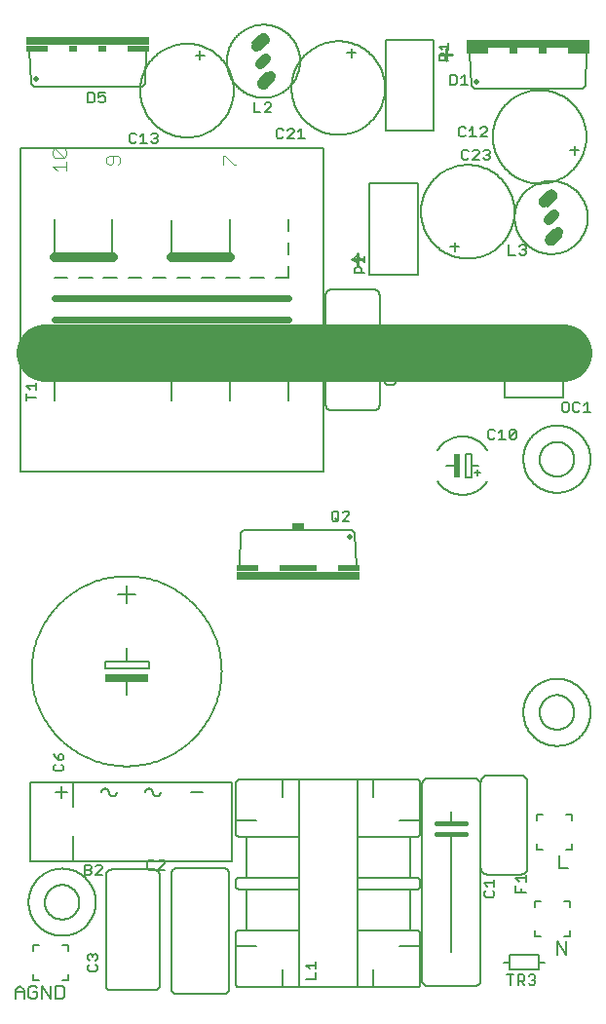
<source format=gbr>
G04 EAGLE Gerber X2 export*
%TF.Part,Single*%
%TF.FileFunction,Legend,Top,1*%
%TF.FilePolarity,Positive*%
%TF.GenerationSoftware,Autodesk,EAGLE,9.0.0*%
%TF.CreationDate,2019-06-10T11:01:15Z*%
G75*
%MOMM*%
%FSLAX34Y34*%
%LPD*%
%AMOC8*
5,1,8,0,0,1.08239X$1,22.5*%
G01*
%ADD10C,5.000000*%
%ADD11C,0.279400*%
%ADD12C,0.406400*%
%ADD13C,0.152400*%
%ADD14C,0.203200*%
%ADD15C,0.127000*%
%ADD16R,3.810000X0.635000*%
%ADD17R,0.508000X2.032000*%
%ADD18C,0.508000*%
%ADD19R,10.668000X0.762000*%
%ADD20R,1.905000X0.508000*%
%ADD21R,0.762000X0.508000*%
%ADD22C,0.812800*%
%ADD23R,3.302000X0.508000*%
%ADD24R,1.016000X0.635000*%
%ADD25C,0.101600*%
%ADD26C,0.609600*%
%ADD27C,0.177800*%


D10*
X475000Y562500D02*
X25000Y562500D01*
D11*
X291397Y643896D02*
X301396Y643896D01*
X296397Y638897D02*
X296397Y648896D01*
X368897Y821396D02*
X378896Y821396D01*
X373897Y816397D02*
X373897Y826396D01*
D12*
X378200Y153300D02*
X390900Y153300D01*
X378200Y153300D02*
X365500Y153300D01*
X378200Y144410D02*
X390900Y144410D01*
X378200Y144410D02*
X365500Y144410D01*
D13*
X378200Y144410D02*
X378200Y41540D01*
X378200Y153300D02*
X378200Y163460D01*
X398520Y12330D02*
X357880Y12330D01*
X352800Y17410D02*
X352800Y187590D01*
X357880Y192670D02*
X398520Y192670D01*
X403600Y187590D02*
X403600Y17410D01*
X403598Y17270D01*
X403592Y17130D01*
X403583Y16990D01*
X403569Y16851D01*
X403552Y16712D01*
X403531Y16574D01*
X403506Y16436D01*
X403477Y16299D01*
X403445Y16163D01*
X403408Y16028D01*
X403368Y15894D01*
X403325Y15761D01*
X403277Y15629D01*
X403227Y15498D01*
X403172Y15369D01*
X403114Y15242D01*
X403053Y15116D01*
X402988Y14992D01*
X402919Y14870D01*
X402848Y14750D01*
X402773Y14632D01*
X402695Y14515D01*
X402613Y14401D01*
X402529Y14290D01*
X402441Y14181D01*
X402351Y14074D01*
X402257Y13969D01*
X402161Y13868D01*
X402062Y13769D01*
X401961Y13673D01*
X401856Y13579D01*
X401749Y13489D01*
X401640Y13401D01*
X401529Y13317D01*
X401415Y13235D01*
X401298Y13157D01*
X401180Y13082D01*
X401060Y13011D01*
X400938Y12942D01*
X400814Y12877D01*
X400688Y12816D01*
X400561Y12758D01*
X400432Y12703D01*
X400301Y12653D01*
X400169Y12605D01*
X400036Y12562D01*
X399902Y12522D01*
X399767Y12485D01*
X399631Y12453D01*
X399494Y12424D01*
X399356Y12399D01*
X399218Y12378D01*
X399079Y12361D01*
X398940Y12347D01*
X398800Y12338D01*
X398660Y12332D01*
X398520Y12330D01*
X357880Y12330D02*
X357740Y12332D01*
X357600Y12338D01*
X357460Y12347D01*
X357321Y12361D01*
X357182Y12378D01*
X357044Y12399D01*
X356906Y12424D01*
X356769Y12453D01*
X356633Y12485D01*
X356498Y12522D01*
X356364Y12562D01*
X356231Y12605D01*
X356099Y12653D01*
X355968Y12703D01*
X355839Y12758D01*
X355712Y12816D01*
X355586Y12877D01*
X355462Y12942D01*
X355340Y13011D01*
X355220Y13082D01*
X355102Y13157D01*
X354985Y13235D01*
X354871Y13317D01*
X354760Y13401D01*
X354651Y13489D01*
X354544Y13579D01*
X354439Y13673D01*
X354338Y13769D01*
X354239Y13868D01*
X354143Y13969D01*
X354049Y14074D01*
X353959Y14181D01*
X353871Y14290D01*
X353787Y14401D01*
X353705Y14515D01*
X353627Y14632D01*
X353552Y14750D01*
X353481Y14870D01*
X353412Y14992D01*
X353347Y15116D01*
X353286Y15242D01*
X353228Y15369D01*
X353173Y15498D01*
X353123Y15629D01*
X353075Y15761D01*
X353032Y15894D01*
X352992Y16028D01*
X352955Y16163D01*
X352923Y16299D01*
X352894Y16436D01*
X352869Y16574D01*
X352848Y16712D01*
X352831Y16851D01*
X352817Y16990D01*
X352808Y17130D01*
X352802Y17270D01*
X352800Y17410D01*
X352800Y187590D02*
X352802Y187730D01*
X352808Y187870D01*
X352817Y188010D01*
X352831Y188149D01*
X352848Y188288D01*
X352869Y188426D01*
X352894Y188564D01*
X352923Y188701D01*
X352955Y188837D01*
X352992Y188972D01*
X353032Y189106D01*
X353075Y189239D01*
X353123Y189371D01*
X353173Y189502D01*
X353228Y189631D01*
X353286Y189758D01*
X353347Y189884D01*
X353412Y190008D01*
X353481Y190130D01*
X353552Y190250D01*
X353627Y190368D01*
X353705Y190485D01*
X353787Y190599D01*
X353871Y190710D01*
X353959Y190819D01*
X354049Y190926D01*
X354143Y191031D01*
X354239Y191132D01*
X354338Y191231D01*
X354439Y191327D01*
X354544Y191421D01*
X354651Y191511D01*
X354760Y191599D01*
X354871Y191683D01*
X354985Y191765D01*
X355102Y191843D01*
X355220Y191918D01*
X355340Y191989D01*
X355462Y192058D01*
X355586Y192123D01*
X355712Y192184D01*
X355839Y192242D01*
X355968Y192297D01*
X356099Y192347D01*
X356231Y192395D01*
X356364Y192438D01*
X356498Y192478D01*
X356633Y192515D01*
X356769Y192547D01*
X356906Y192576D01*
X357044Y192601D01*
X357182Y192622D01*
X357321Y192639D01*
X357460Y192653D01*
X357600Y192662D01*
X357740Y192668D01*
X357880Y192670D01*
X398520Y192670D02*
X398660Y192668D01*
X398800Y192662D01*
X398940Y192653D01*
X399079Y192639D01*
X399218Y192622D01*
X399356Y192601D01*
X399494Y192576D01*
X399631Y192547D01*
X399767Y192515D01*
X399902Y192478D01*
X400036Y192438D01*
X400169Y192395D01*
X400301Y192347D01*
X400432Y192297D01*
X400561Y192242D01*
X400688Y192184D01*
X400814Y192123D01*
X400938Y192058D01*
X401060Y191989D01*
X401180Y191918D01*
X401298Y191843D01*
X401415Y191765D01*
X401529Y191683D01*
X401640Y191599D01*
X401749Y191511D01*
X401856Y191421D01*
X401961Y191327D01*
X402062Y191231D01*
X402161Y191132D01*
X402257Y191031D01*
X402351Y190926D01*
X402441Y190819D01*
X402529Y190710D01*
X402613Y190599D01*
X402695Y190485D01*
X402773Y190368D01*
X402848Y190250D01*
X402919Y190130D01*
X402988Y190008D01*
X403053Y189884D01*
X403114Y189758D01*
X403172Y189631D01*
X403227Y189502D01*
X403277Y189371D01*
X403325Y189239D01*
X403368Y189106D01*
X403408Y188972D01*
X403445Y188837D01*
X403477Y188701D01*
X403506Y188564D01*
X403531Y188426D01*
X403552Y188288D01*
X403569Y188149D01*
X403583Y188010D01*
X403592Y187870D01*
X403598Y187730D01*
X403600Y187590D01*
X408335Y95244D02*
X406895Y93803D01*
X406895Y90922D01*
X408335Y89482D01*
X414097Y89482D01*
X415538Y90922D01*
X415538Y93803D01*
X414097Y95244D01*
X409776Y98837D02*
X406895Y101718D01*
X415538Y101718D01*
X415538Y98837D02*
X415538Y104599D01*
D14*
X124813Y13400D02*
X124811Y13260D01*
X124805Y13120D01*
X124795Y12980D01*
X124782Y12840D01*
X124764Y12701D01*
X124742Y12562D01*
X124717Y12425D01*
X124688Y12287D01*
X124655Y12151D01*
X124618Y12016D01*
X124577Y11882D01*
X124532Y11749D01*
X124484Y11617D01*
X124432Y11487D01*
X124377Y11358D01*
X124318Y11231D01*
X124255Y11105D01*
X124189Y10981D01*
X124120Y10860D01*
X124047Y10740D01*
X123970Y10622D01*
X123891Y10507D01*
X123808Y10393D01*
X123722Y10283D01*
X123633Y10174D01*
X123541Y10068D01*
X123446Y9965D01*
X123349Y9864D01*
X123248Y9767D01*
X123145Y9672D01*
X123039Y9580D01*
X122930Y9491D01*
X122820Y9405D01*
X122706Y9322D01*
X122591Y9243D01*
X122473Y9166D01*
X122353Y9093D01*
X122232Y9024D01*
X122108Y8958D01*
X121982Y8895D01*
X121855Y8836D01*
X121726Y8781D01*
X121596Y8729D01*
X121464Y8681D01*
X121331Y8636D01*
X121197Y8595D01*
X121062Y8558D01*
X120926Y8525D01*
X120788Y8496D01*
X120651Y8471D01*
X120512Y8449D01*
X120373Y8431D01*
X120233Y8418D01*
X120093Y8408D01*
X119953Y8402D01*
X119813Y8400D01*
X124813Y13400D02*
X124813Y108400D01*
X124811Y108540D01*
X124805Y108680D01*
X124795Y108820D01*
X124782Y108960D01*
X124764Y109099D01*
X124742Y109238D01*
X124717Y109375D01*
X124688Y109513D01*
X124655Y109649D01*
X124618Y109784D01*
X124577Y109918D01*
X124532Y110051D01*
X124484Y110183D01*
X124432Y110313D01*
X124377Y110442D01*
X124318Y110569D01*
X124255Y110695D01*
X124189Y110819D01*
X124120Y110940D01*
X124047Y111060D01*
X123970Y111178D01*
X123891Y111293D01*
X123808Y111407D01*
X123722Y111517D01*
X123633Y111626D01*
X123541Y111732D01*
X123446Y111835D01*
X123349Y111936D01*
X123248Y112033D01*
X123145Y112128D01*
X123039Y112220D01*
X122930Y112309D01*
X122820Y112395D01*
X122706Y112478D01*
X122591Y112557D01*
X122473Y112634D01*
X122353Y112707D01*
X122232Y112776D01*
X122108Y112842D01*
X121982Y112905D01*
X121855Y112964D01*
X121726Y113019D01*
X121596Y113071D01*
X121464Y113119D01*
X121331Y113164D01*
X121197Y113205D01*
X121062Y113242D01*
X120926Y113275D01*
X120788Y113304D01*
X120651Y113329D01*
X120512Y113351D01*
X120373Y113369D01*
X120233Y113382D01*
X120093Y113392D01*
X119953Y113398D01*
X119813Y113400D01*
X82987Y113400D01*
X82847Y113398D01*
X82707Y113392D01*
X82567Y113382D01*
X82427Y113369D01*
X82288Y113351D01*
X82149Y113329D01*
X82012Y113304D01*
X81874Y113275D01*
X81738Y113242D01*
X81603Y113205D01*
X81469Y113164D01*
X81336Y113119D01*
X81204Y113071D01*
X81074Y113019D01*
X80945Y112964D01*
X80818Y112905D01*
X80692Y112842D01*
X80568Y112776D01*
X80447Y112707D01*
X80327Y112634D01*
X80209Y112557D01*
X80094Y112478D01*
X79980Y112395D01*
X79870Y112309D01*
X79761Y112220D01*
X79655Y112128D01*
X79552Y112033D01*
X79451Y111936D01*
X79354Y111835D01*
X79259Y111732D01*
X79167Y111626D01*
X79078Y111517D01*
X78992Y111407D01*
X78909Y111293D01*
X78830Y111178D01*
X78753Y111060D01*
X78680Y110940D01*
X78611Y110819D01*
X78545Y110695D01*
X78482Y110569D01*
X78423Y110442D01*
X78368Y110313D01*
X78316Y110183D01*
X78268Y110051D01*
X78223Y109918D01*
X78182Y109784D01*
X78145Y109649D01*
X78112Y109513D01*
X78083Y109375D01*
X78058Y109238D01*
X78036Y109099D01*
X78018Y108960D01*
X78005Y108820D01*
X77995Y108680D01*
X77989Y108540D01*
X77987Y108400D01*
X77987Y13400D01*
X77989Y13260D01*
X77995Y13120D01*
X78005Y12980D01*
X78018Y12840D01*
X78036Y12701D01*
X78058Y12562D01*
X78083Y12425D01*
X78112Y12287D01*
X78145Y12151D01*
X78182Y12016D01*
X78223Y11882D01*
X78268Y11749D01*
X78316Y11617D01*
X78368Y11487D01*
X78423Y11358D01*
X78482Y11231D01*
X78545Y11105D01*
X78611Y10981D01*
X78680Y10860D01*
X78753Y10740D01*
X78830Y10622D01*
X78909Y10507D01*
X78992Y10393D01*
X79078Y10283D01*
X79167Y10174D01*
X79259Y10068D01*
X79354Y9965D01*
X79451Y9864D01*
X79552Y9767D01*
X79655Y9672D01*
X79761Y9580D01*
X79870Y9491D01*
X79980Y9405D01*
X80094Y9322D01*
X80209Y9243D01*
X80327Y9166D01*
X80447Y9093D01*
X80568Y9024D01*
X80692Y8958D01*
X80818Y8895D01*
X80945Y8836D01*
X81074Y8781D01*
X81204Y8729D01*
X81336Y8681D01*
X81469Y8636D01*
X81603Y8595D01*
X81738Y8558D01*
X81874Y8525D01*
X82012Y8496D01*
X82149Y8471D01*
X82288Y8449D01*
X82427Y8431D01*
X82567Y8418D01*
X82707Y8408D01*
X82847Y8402D01*
X82987Y8400D01*
X119813Y8400D01*
D13*
X63595Y30889D02*
X62155Y29448D01*
X62155Y26567D01*
X63595Y25127D01*
X69357Y25127D01*
X70798Y26567D01*
X70798Y29448D01*
X69357Y30889D01*
X63595Y34482D02*
X62155Y35922D01*
X62155Y38804D01*
X63595Y40244D01*
X65036Y40244D01*
X66476Y38804D01*
X66476Y37363D01*
X66476Y38804D02*
X67917Y40244D01*
X69357Y40244D01*
X70798Y38804D01*
X70798Y35922D01*
X69357Y34482D01*
X403780Y189030D02*
X403782Y189188D01*
X403788Y189347D01*
X403798Y189505D01*
X403812Y189662D01*
X403829Y189820D01*
X403851Y189976D01*
X403876Y190133D01*
X403906Y190288D01*
X403939Y190443D01*
X403976Y190597D01*
X404017Y190750D01*
X404062Y190902D01*
X404111Y191052D01*
X404163Y191202D01*
X404219Y191350D01*
X404279Y191497D01*
X404342Y191642D01*
X404409Y191785D01*
X404479Y191927D01*
X404553Y192067D01*
X404631Y192205D01*
X404712Y192341D01*
X404796Y192475D01*
X404883Y192607D01*
X404974Y192737D01*
X405068Y192864D01*
X405165Y192989D01*
X405266Y193112D01*
X405369Y193232D01*
X405475Y193349D01*
X405584Y193464D01*
X405696Y193576D01*
X405811Y193685D01*
X405928Y193791D01*
X406048Y193894D01*
X406171Y193995D01*
X406296Y194092D01*
X406423Y194186D01*
X406553Y194277D01*
X406685Y194364D01*
X406819Y194448D01*
X406955Y194529D01*
X407093Y194607D01*
X407233Y194681D01*
X407375Y194751D01*
X407518Y194818D01*
X407663Y194881D01*
X407810Y194941D01*
X407958Y194997D01*
X408108Y195049D01*
X408258Y195098D01*
X408410Y195143D01*
X408563Y195184D01*
X408717Y195221D01*
X408872Y195254D01*
X409027Y195284D01*
X409184Y195309D01*
X409340Y195331D01*
X409498Y195348D01*
X409655Y195362D01*
X409813Y195372D01*
X409972Y195378D01*
X410130Y195380D01*
X438070Y195380D02*
X438228Y195378D01*
X438387Y195372D01*
X438545Y195362D01*
X438702Y195348D01*
X438860Y195331D01*
X439016Y195309D01*
X439173Y195284D01*
X439328Y195254D01*
X439483Y195221D01*
X439637Y195184D01*
X439790Y195143D01*
X439942Y195098D01*
X440092Y195049D01*
X440242Y194997D01*
X440390Y194941D01*
X440537Y194881D01*
X440682Y194818D01*
X440825Y194751D01*
X440967Y194681D01*
X441107Y194607D01*
X441245Y194529D01*
X441381Y194448D01*
X441515Y194364D01*
X441647Y194277D01*
X441777Y194186D01*
X441904Y194092D01*
X442029Y193995D01*
X442152Y193894D01*
X442272Y193791D01*
X442389Y193685D01*
X442504Y193576D01*
X442616Y193464D01*
X442725Y193349D01*
X442831Y193232D01*
X442934Y193112D01*
X443035Y192989D01*
X443132Y192864D01*
X443226Y192737D01*
X443317Y192607D01*
X443404Y192475D01*
X443488Y192341D01*
X443569Y192205D01*
X443647Y192067D01*
X443721Y191927D01*
X443791Y191785D01*
X443858Y191642D01*
X443921Y191497D01*
X443981Y191350D01*
X444037Y191202D01*
X444089Y191052D01*
X444138Y190902D01*
X444183Y190750D01*
X444224Y190597D01*
X444261Y190443D01*
X444294Y190288D01*
X444324Y190133D01*
X444349Y189976D01*
X444371Y189820D01*
X444388Y189662D01*
X444402Y189505D01*
X444412Y189347D01*
X444418Y189188D01*
X444420Y189030D01*
X444420Y115370D02*
X444418Y115212D01*
X444412Y115053D01*
X444402Y114895D01*
X444388Y114738D01*
X444371Y114580D01*
X444349Y114424D01*
X444324Y114267D01*
X444294Y114112D01*
X444261Y113957D01*
X444224Y113803D01*
X444183Y113650D01*
X444138Y113498D01*
X444089Y113348D01*
X444037Y113198D01*
X443981Y113050D01*
X443921Y112903D01*
X443858Y112758D01*
X443791Y112615D01*
X443721Y112473D01*
X443647Y112333D01*
X443569Y112195D01*
X443488Y112059D01*
X443404Y111925D01*
X443317Y111793D01*
X443226Y111663D01*
X443132Y111536D01*
X443035Y111411D01*
X442934Y111288D01*
X442831Y111168D01*
X442725Y111051D01*
X442616Y110936D01*
X442504Y110824D01*
X442389Y110715D01*
X442272Y110609D01*
X442152Y110506D01*
X442029Y110405D01*
X441904Y110308D01*
X441777Y110214D01*
X441647Y110123D01*
X441515Y110036D01*
X441381Y109952D01*
X441245Y109871D01*
X441107Y109793D01*
X440967Y109719D01*
X440825Y109649D01*
X440682Y109582D01*
X440537Y109519D01*
X440390Y109459D01*
X440242Y109403D01*
X440092Y109351D01*
X439942Y109302D01*
X439790Y109257D01*
X439637Y109216D01*
X439483Y109179D01*
X439328Y109146D01*
X439173Y109116D01*
X439016Y109091D01*
X438860Y109069D01*
X438702Y109052D01*
X438545Y109038D01*
X438387Y109028D01*
X438228Y109022D01*
X438070Y109020D01*
X410130Y109020D02*
X409972Y109022D01*
X409813Y109028D01*
X409655Y109038D01*
X409498Y109052D01*
X409340Y109069D01*
X409184Y109091D01*
X409027Y109116D01*
X408872Y109146D01*
X408717Y109179D01*
X408563Y109216D01*
X408410Y109257D01*
X408258Y109302D01*
X408108Y109351D01*
X407958Y109403D01*
X407810Y109459D01*
X407663Y109519D01*
X407518Y109582D01*
X407375Y109649D01*
X407233Y109719D01*
X407093Y109793D01*
X406955Y109871D01*
X406819Y109952D01*
X406685Y110036D01*
X406553Y110123D01*
X406423Y110214D01*
X406296Y110308D01*
X406171Y110405D01*
X406048Y110506D01*
X405928Y110609D01*
X405811Y110715D01*
X405696Y110824D01*
X405584Y110936D01*
X405475Y111051D01*
X405369Y111168D01*
X405266Y111288D01*
X405165Y111411D01*
X405068Y111536D01*
X404974Y111663D01*
X404883Y111793D01*
X404796Y111925D01*
X404712Y112059D01*
X404631Y112195D01*
X404553Y112333D01*
X404479Y112473D01*
X404409Y112615D01*
X404342Y112758D01*
X404279Y112903D01*
X404219Y113050D01*
X404163Y113198D01*
X404111Y113348D01*
X404062Y113498D01*
X404017Y113650D01*
X403976Y113803D01*
X403939Y113957D01*
X403906Y114112D01*
X403876Y114267D01*
X403851Y114424D01*
X403829Y114580D01*
X403812Y114738D01*
X403798Y114895D01*
X403788Y115053D01*
X403782Y115212D01*
X403780Y115370D01*
X403780Y189030D01*
X410130Y109020D02*
X438070Y109020D01*
X444420Y115370D02*
X444420Y189030D01*
X438070Y195380D02*
X410130Y195380D01*
X434295Y93552D02*
X442938Y93552D01*
X434295Y93552D02*
X434295Y99314D01*
X438616Y96433D02*
X438616Y93552D01*
X437176Y102907D02*
X434295Y105788D01*
X442938Y105788D01*
X442938Y102907D02*
X442938Y108669D01*
X245700Y60760D02*
X245700Y11230D01*
X245700Y60760D02*
X245700Y96320D01*
X245700Y106480D01*
X245700Y142040D01*
X245700Y191570D01*
X296500Y60760D02*
X296500Y11230D01*
X296500Y60760D02*
X296500Y96320D01*
X296500Y106480D01*
X296500Y142040D01*
X296500Y191570D01*
X193630Y106480D02*
X193530Y106478D01*
X193431Y106472D01*
X193331Y106462D01*
X193233Y106449D01*
X193134Y106431D01*
X193037Y106410D01*
X192941Y106385D01*
X192845Y106356D01*
X192751Y106323D01*
X192658Y106287D01*
X192567Y106247D01*
X192477Y106203D01*
X192389Y106156D01*
X192303Y106106D01*
X192219Y106052D01*
X192137Y105995D01*
X192058Y105935D01*
X191980Y105871D01*
X191906Y105805D01*
X191834Y105736D01*
X191765Y105664D01*
X191699Y105590D01*
X191635Y105512D01*
X191575Y105433D01*
X191518Y105351D01*
X191464Y105267D01*
X191414Y105181D01*
X191367Y105093D01*
X191323Y105003D01*
X191283Y104912D01*
X191247Y104819D01*
X191214Y104725D01*
X191185Y104629D01*
X191160Y104533D01*
X191139Y104436D01*
X191121Y104337D01*
X191108Y104239D01*
X191098Y104139D01*
X191092Y104040D01*
X191090Y103940D01*
X348570Y106480D02*
X348670Y106478D01*
X348769Y106472D01*
X348869Y106462D01*
X348967Y106449D01*
X349066Y106431D01*
X349163Y106410D01*
X349259Y106385D01*
X349355Y106356D01*
X349449Y106323D01*
X349542Y106287D01*
X349633Y106247D01*
X349723Y106203D01*
X349811Y106156D01*
X349897Y106106D01*
X349981Y106052D01*
X350063Y105995D01*
X350142Y105935D01*
X350220Y105871D01*
X350294Y105805D01*
X350366Y105736D01*
X350435Y105664D01*
X350501Y105590D01*
X350565Y105512D01*
X350625Y105433D01*
X350682Y105351D01*
X350736Y105267D01*
X350786Y105181D01*
X350833Y105093D01*
X350877Y105003D01*
X350917Y104912D01*
X350953Y104819D01*
X350986Y104725D01*
X351015Y104629D01*
X351040Y104533D01*
X351061Y104436D01*
X351079Y104337D01*
X351092Y104239D01*
X351102Y104139D01*
X351108Y104040D01*
X351110Y103940D01*
X348570Y11230D02*
X310470Y11230D01*
X231730Y11230D01*
X193630Y11230D01*
X351110Y13770D02*
X351110Y46790D01*
X351110Y58220D01*
X351110Y13770D02*
X351108Y13670D01*
X351102Y13571D01*
X351092Y13471D01*
X351079Y13373D01*
X351061Y13274D01*
X351040Y13177D01*
X351015Y13081D01*
X350986Y12985D01*
X350953Y12891D01*
X350917Y12798D01*
X350877Y12707D01*
X350833Y12617D01*
X350786Y12529D01*
X350736Y12443D01*
X350682Y12359D01*
X350625Y12277D01*
X350565Y12198D01*
X350501Y12120D01*
X350435Y12046D01*
X350366Y11974D01*
X350294Y11905D01*
X350220Y11839D01*
X350142Y11775D01*
X350063Y11715D01*
X349981Y11658D01*
X349897Y11604D01*
X349811Y11554D01*
X349723Y11507D01*
X349633Y11463D01*
X349542Y11423D01*
X349449Y11387D01*
X349355Y11354D01*
X349259Y11325D01*
X349163Y11300D01*
X349066Y11279D01*
X348967Y11261D01*
X348869Y11248D01*
X348769Y11238D01*
X348670Y11232D01*
X348570Y11230D01*
X310470Y11230D02*
X310470Y26550D01*
X296500Y96320D02*
X342220Y96320D01*
X348570Y96320D01*
X342220Y60760D02*
X296500Y60760D01*
X342220Y60760D02*
X348570Y60760D01*
X342220Y60760D02*
X342220Y96320D01*
X351110Y98860D02*
X351110Y103940D01*
X351110Y98860D02*
X351108Y98760D01*
X351102Y98661D01*
X351092Y98561D01*
X351079Y98463D01*
X351061Y98364D01*
X351040Y98267D01*
X351015Y98171D01*
X350986Y98075D01*
X350953Y97981D01*
X350917Y97888D01*
X350877Y97797D01*
X350833Y97707D01*
X350786Y97619D01*
X350736Y97533D01*
X350682Y97449D01*
X350625Y97367D01*
X350565Y97288D01*
X350501Y97210D01*
X350435Y97136D01*
X350366Y97064D01*
X350294Y96995D01*
X350220Y96929D01*
X350142Y96865D01*
X350063Y96805D01*
X349981Y96748D01*
X349897Y96694D01*
X349811Y96644D01*
X349723Y96597D01*
X349633Y96553D01*
X349542Y96513D01*
X349449Y96477D01*
X349355Y96444D01*
X349259Y96415D01*
X349163Y96390D01*
X349066Y96369D01*
X348967Y96351D01*
X348869Y96338D01*
X348769Y96328D01*
X348670Y96322D01*
X348570Y96320D01*
X348570Y60760D02*
X348670Y60758D01*
X348769Y60752D01*
X348869Y60742D01*
X348967Y60729D01*
X349066Y60711D01*
X349163Y60690D01*
X349259Y60665D01*
X349355Y60636D01*
X349449Y60603D01*
X349542Y60567D01*
X349633Y60527D01*
X349723Y60483D01*
X349811Y60436D01*
X349897Y60386D01*
X349981Y60332D01*
X350063Y60275D01*
X350142Y60215D01*
X350220Y60151D01*
X350294Y60085D01*
X350366Y60016D01*
X350435Y59944D01*
X350501Y59870D01*
X350565Y59792D01*
X350625Y59713D01*
X350682Y59631D01*
X350736Y59547D01*
X350786Y59461D01*
X350833Y59373D01*
X350877Y59283D01*
X350917Y59192D01*
X350953Y59099D01*
X350986Y59005D01*
X351015Y58909D01*
X351040Y58813D01*
X351061Y58716D01*
X351079Y58617D01*
X351092Y58519D01*
X351102Y58419D01*
X351108Y58320D01*
X351110Y58220D01*
X351110Y46790D02*
X333260Y46790D01*
X191090Y46790D02*
X191090Y13770D01*
X191090Y46790D02*
X191090Y58220D01*
X231730Y26550D02*
X231730Y11230D01*
X193630Y11230D02*
X193530Y11232D01*
X193431Y11238D01*
X193331Y11248D01*
X193233Y11261D01*
X193134Y11279D01*
X193037Y11300D01*
X192941Y11325D01*
X192845Y11354D01*
X192751Y11387D01*
X192658Y11423D01*
X192567Y11463D01*
X192477Y11507D01*
X192389Y11554D01*
X192303Y11604D01*
X192219Y11658D01*
X192137Y11715D01*
X192058Y11775D01*
X191980Y11839D01*
X191906Y11905D01*
X191834Y11974D01*
X191765Y12046D01*
X191699Y12120D01*
X191635Y12198D01*
X191575Y12277D01*
X191518Y12359D01*
X191464Y12443D01*
X191414Y12529D01*
X191367Y12617D01*
X191323Y12707D01*
X191283Y12798D01*
X191247Y12891D01*
X191214Y12985D01*
X191185Y13081D01*
X191160Y13177D01*
X191139Y13274D01*
X191121Y13373D01*
X191108Y13471D01*
X191098Y13571D01*
X191092Y13670D01*
X191090Y13770D01*
X199980Y60760D02*
X245700Y60760D01*
X199980Y60760D02*
X193630Y60760D01*
X199980Y96320D02*
X245700Y96320D01*
X199980Y96320D02*
X193630Y96320D01*
X199980Y96320D02*
X199980Y60760D01*
X193630Y60760D02*
X193530Y60758D01*
X193431Y60752D01*
X193331Y60742D01*
X193233Y60729D01*
X193134Y60711D01*
X193037Y60690D01*
X192941Y60665D01*
X192845Y60636D01*
X192751Y60603D01*
X192658Y60567D01*
X192567Y60527D01*
X192477Y60483D01*
X192389Y60436D01*
X192303Y60386D01*
X192219Y60332D01*
X192137Y60275D01*
X192058Y60215D01*
X191980Y60151D01*
X191906Y60085D01*
X191834Y60016D01*
X191765Y59944D01*
X191699Y59870D01*
X191635Y59792D01*
X191575Y59713D01*
X191518Y59631D01*
X191464Y59547D01*
X191414Y59461D01*
X191367Y59373D01*
X191323Y59283D01*
X191283Y59192D01*
X191247Y59099D01*
X191214Y59005D01*
X191185Y58909D01*
X191160Y58813D01*
X191139Y58716D01*
X191121Y58617D01*
X191108Y58519D01*
X191098Y58419D01*
X191092Y58320D01*
X191090Y58220D01*
X191090Y98860D02*
X191090Y103940D01*
X191090Y98860D02*
X191092Y98760D01*
X191098Y98661D01*
X191108Y98561D01*
X191121Y98463D01*
X191139Y98364D01*
X191160Y98267D01*
X191185Y98171D01*
X191214Y98075D01*
X191247Y97981D01*
X191283Y97888D01*
X191323Y97797D01*
X191367Y97707D01*
X191414Y97619D01*
X191464Y97533D01*
X191518Y97449D01*
X191575Y97367D01*
X191635Y97288D01*
X191699Y97210D01*
X191765Y97136D01*
X191834Y97064D01*
X191906Y96995D01*
X191980Y96929D01*
X192058Y96865D01*
X192137Y96805D01*
X192219Y96748D01*
X192303Y96694D01*
X192389Y96644D01*
X192477Y96597D01*
X192567Y96553D01*
X192658Y96513D01*
X192751Y96477D01*
X192845Y96444D01*
X192941Y96415D01*
X193037Y96390D01*
X193134Y96369D01*
X193233Y96351D01*
X193331Y96338D01*
X193431Y96328D01*
X193530Y96322D01*
X193630Y96320D01*
X191090Y46790D02*
X208940Y46790D01*
X310470Y191570D02*
X348570Y191570D01*
X310470Y191570D02*
X231730Y191570D01*
X193630Y191570D01*
X351110Y189030D02*
X351110Y156010D01*
X351110Y144580D01*
X310470Y176250D02*
X310470Y191570D01*
X296500Y142040D02*
X342220Y142040D01*
X348570Y142040D01*
X342220Y106480D02*
X296500Y106480D01*
X342220Y106480D02*
X348570Y106480D01*
X342220Y106480D02*
X342220Y142040D01*
X348570Y142040D02*
X348670Y142042D01*
X348769Y142048D01*
X348869Y142058D01*
X348967Y142071D01*
X349066Y142089D01*
X349163Y142110D01*
X349259Y142135D01*
X349355Y142164D01*
X349449Y142197D01*
X349542Y142233D01*
X349633Y142273D01*
X349723Y142317D01*
X349811Y142364D01*
X349897Y142414D01*
X349981Y142468D01*
X350063Y142525D01*
X350142Y142585D01*
X350220Y142649D01*
X350294Y142715D01*
X350366Y142784D01*
X350435Y142856D01*
X350501Y142930D01*
X350565Y143008D01*
X350625Y143087D01*
X350682Y143169D01*
X350736Y143253D01*
X350786Y143339D01*
X350833Y143427D01*
X350877Y143517D01*
X350917Y143608D01*
X350953Y143701D01*
X350986Y143795D01*
X351015Y143891D01*
X351040Y143987D01*
X351061Y144084D01*
X351079Y144183D01*
X351092Y144281D01*
X351102Y144381D01*
X351108Y144480D01*
X351110Y144580D01*
X351110Y156010D02*
X333260Y156010D01*
X351110Y189030D02*
X351108Y189130D01*
X351102Y189229D01*
X351092Y189329D01*
X351079Y189427D01*
X351061Y189526D01*
X351040Y189623D01*
X351015Y189719D01*
X350986Y189815D01*
X350953Y189909D01*
X350917Y190002D01*
X350877Y190093D01*
X350833Y190183D01*
X350786Y190271D01*
X350736Y190357D01*
X350682Y190441D01*
X350625Y190523D01*
X350565Y190602D01*
X350501Y190680D01*
X350435Y190754D01*
X350366Y190826D01*
X350294Y190895D01*
X350220Y190961D01*
X350142Y191025D01*
X350063Y191085D01*
X349981Y191142D01*
X349897Y191196D01*
X349811Y191246D01*
X349723Y191293D01*
X349633Y191337D01*
X349542Y191377D01*
X349449Y191413D01*
X349355Y191446D01*
X349259Y191475D01*
X349163Y191500D01*
X349066Y191521D01*
X348967Y191539D01*
X348869Y191552D01*
X348769Y191562D01*
X348670Y191568D01*
X348570Y191570D01*
X191090Y189030D02*
X191090Y156010D01*
X191090Y144580D01*
X231730Y176250D02*
X231730Y191570D01*
X245700Y106480D02*
X199980Y106480D01*
X193630Y106480D01*
X199980Y142040D02*
X245700Y142040D01*
X199980Y142040D02*
X193630Y142040D01*
X199980Y142040D02*
X199980Y106480D01*
X193630Y142040D02*
X193530Y142042D01*
X193431Y142048D01*
X193331Y142058D01*
X193233Y142071D01*
X193134Y142089D01*
X193037Y142110D01*
X192941Y142135D01*
X192845Y142164D01*
X192751Y142197D01*
X192658Y142233D01*
X192567Y142273D01*
X192477Y142317D01*
X192389Y142364D01*
X192303Y142414D01*
X192219Y142468D01*
X192137Y142525D01*
X192058Y142585D01*
X191980Y142649D01*
X191906Y142715D01*
X191834Y142784D01*
X191765Y142856D01*
X191699Y142930D01*
X191635Y143008D01*
X191575Y143087D01*
X191518Y143169D01*
X191464Y143253D01*
X191414Y143339D01*
X191367Y143427D01*
X191323Y143517D01*
X191283Y143608D01*
X191247Y143701D01*
X191214Y143795D01*
X191185Y143891D01*
X191160Y143987D01*
X191139Y144084D01*
X191121Y144183D01*
X191108Y144281D01*
X191098Y144381D01*
X191092Y144480D01*
X191090Y144580D01*
X191090Y156010D02*
X208940Y156010D01*
X191090Y189030D02*
X191092Y189130D01*
X191098Y189229D01*
X191108Y189329D01*
X191121Y189427D01*
X191139Y189526D01*
X191160Y189623D01*
X191185Y189719D01*
X191214Y189815D01*
X191247Y189909D01*
X191283Y190002D01*
X191323Y190093D01*
X191367Y190183D01*
X191414Y190271D01*
X191464Y190357D01*
X191518Y190441D01*
X191575Y190523D01*
X191635Y190602D01*
X191699Y190680D01*
X191765Y190754D01*
X191834Y190826D01*
X191906Y190895D01*
X191980Y190961D01*
X192058Y191025D01*
X192137Y191085D01*
X192219Y191142D01*
X192303Y191196D01*
X192389Y191246D01*
X192477Y191293D01*
X192567Y191337D01*
X192658Y191377D01*
X192751Y191413D01*
X192845Y191446D01*
X192941Y191475D01*
X193037Y191500D01*
X193134Y191521D01*
X193233Y191539D01*
X193331Y191552D01*
X193431Y191562D01*
X193530Y191568D01*
X193630Y191570D01*
X252105Y18002D02*
X260748Y18002D01*
X260748Y23764D01*
X254986Y27357D02*
X252105Y30238D01*
X260748Y30238D01*
X260748Y27357D02*
X260748Y33119D01*
X452260Y155760D02*
X452260Y160840D01*
X457340Y160840D01*
X477660Y160840D02*
X482740Y160840D01*
X482740Y155760D01*
X482740Y135440D02*
X482740Y130360D01*
X477660Y130360D01*
X457340Y130360D02*
X452260Y130360D01*
X452260Y135440D01*
D15*
X471681Y125925D02*
X471681Y114485D01*
X479308Y114485D01*
D13*
X450760Y85840D02*
X450760Y80760D01*
X450760Y85840D02*
X455840Y85840D01*
X476160Y85840D02*
X481240Y85840D01*
X481240Y80760D01*
X481240Y60440D02*
X481240Y55360D01*
X476160Y55360D01*
X455840Y55360D02*
X450760Y55360D01*
X450760Y60440D01*
D15*
X470181Y50925D02*
X470181Y39485D01*
X477808Y39485D02*
X470181Y50925D01*
X477808Y50925D02*
X477808Y39485D01*
D13*
X14860Y42260D02*
X14860Y47340D01*
X19940Y47340D01*
X40260Y47340D02*
X45340Y47340D01*
X45340Y42260D01*
X45340Y21940D02*
X45340Y16860D01*
X40260Y16860D01*
X19940Y16860D02*
X14860Y16860D01*
X14860Y21940D01*
D15*
X-801Y8612D02*
X-801Y985D01*
X-801Y8612D02*
X3012Y12425D01*
X6826Y8612D01*
X6826Y985D01*
X6826Y6705D02*
X-801Y6705D01*
X16613Y12425D02*
X18520Y10518D01*
X16613Y12425D02*
X12800Y12425D01*
X10893Y10518D01*
X10893Y2892D01*
X12800Y985D01*
X16613Y985D01*
X18520Y2892D01*
X18520Y6705D01*
X14706Y6705D01*
X22587Y985D02*
X22587Y12425D01*
X30213Y985D01*
X30213Y12425D01*
X34281Y12425D02*
X34281Y985D01*
X40001Y985D01*
X41907Y2892D01*
X41907Y10518D01*
X40001Y12425D01*
X34281Y12425D01*
D13*
X428600Y26550D02*
X454000Y26550D01*
X454000Y39250D02*
X428600Y39250D01*
X428600Y32900D02*
X423520Y32900D01*
X428600Y32900D02*
X428600Y26550D01*
X454000Y32900D02*
X459080Y32900D01*
X454000Y32900D02*
X454000Y26550D01*
X428600Y32900D02*
X428600Y39250D01*
X454000Y39250D02*
X454000Y32900D01*
X429578Y21985D02*
X429578Y13342D01*
X426696Y21985D02*
X432459Y21985D01*
X436052Y21985D02*
X436052Y13342D01*
X436052Y21985D02*
X440373Y21985D01*
X441814Y20545D01*
X441814Y17664D01*
X440373Y16223D01*
X436052Y16223D01*
X438933Y16223D02*
X441814Y13342D01*
X445407Y20545D02*
X446847Y21985D01*
X449729Y21985D01*
X451169Y20545D01*
X451169Y19104D01*
X449729Y17664D01*
X448288Y17664D01*
X449729Y17664D02*
X451169Y16223D01*
X451169Y14783D01*
X449729Y13342D01*
X446847Y13342D01*
X445407Y14783D01*
X96100Y265280D02*
X96100Y279250D01*
X96100Y294490D02*
X96100Y305920D01*
X96100Y294490D02*
X115150Y294490D01*
X77050Y294490D02*
X77050Y288140D01*
X115150Y288140D01*
X115150Y294490D01*
X96100Y294490D02*
X77050Y294490D01*
X96100Y345290D02*
X96100Y360530D01*
X88480Y352910D02*
X103720Y352910D01*
X13550Y285600D02*
X13575Y287626D01*
X13649Y289651D01*
X13774Y291673D01*
X13948Y293691D01*
X14171Y295705D01*
X14443Y297713D01*
X14765Y299713D01*
X15136Y301705D01*
X15556Y303687D01*
X16024Y305658D01*
X16540Y307617D01*
X17105Y309563D01*
X17716Y311494D01*
X18376Y313410D01*
X19081Y315309D01*
X19834Y317191D01*
X20632Y319053D01*
X21476Y320895D01*
X22364Y322715D01*
X23297Y324514D01*
X24274Y326289D01*
X25295Y328039D01*
X26357Y329764D01*
X27462Y331462D01*
X28608Y333133D01*
X29795Y334775D01*
X31022Y336387D01*
X32288Y337969D01*
X33592Y339519D01*
X34934Y341037D01*
X36313Y342522D01*
X37728Y343972D01*
X39178Y345387D01*
X40663Y346766D01*
X42181Y348108D01*
X43731Y349412D01*
X45313Y350678D01*
X46925Y351905D01*
X48567Y353092D01*
X50238Y354238D01*
X51936Y355343D01*
X53661Y356405D01*
X55411Y357426D01*
X57186Y358403D01*
X58985Y359336D01*
X60805Y360224D01*
X62647Y361068D01*
X64509Y361866D01*
X66391Y362619D01*
X68290Y363324D01*
X70206Y363984D01*
X72137Y364595D01*
X74083Y365160D01*
X76042Y365676D01*
X78013Y366144D01*
X79995Y366564D01*
X81987Y366935D01*
X83987Y367257D01*
X85995Y367529D01*
X88009Y367752D01*
X90027Y367926D01*
X92049Y368051D01*
X94074Y368125D01*
X96100Y368150D01*
X98126Y368125D01*
X100151Y368051D01*
X102173Y367926D01*
X104191Y367752D01*
X106205Y367529D01*
X108213Y367257D01*
X110213Y366935D01*
X112205Y366564D01*
X114187Y366144D01*
X116158Y365676D01*
X118117Y365160D01*
X120063Y364595D01*
X121994Y363984D01*
X123910Y363324D01*
X125809Y362619D01*
X127691Y361866D01*
X129553Y361068D01*
X131395Y360224D01*
X133215Y359336D01*
X135014Y358403D01*
X136789Y357426D01*
X138539Y356405D01*
X140264Y355343D01*
X141962Y354238D01*
X143633Y353092D01*
X145275Y351905D01*
X146887Y350678D01*
X148469Y349412D01*
X150019Y348108D01*
X151537Y346766D01*
X153022Y345387D01*
X154472Y343972D01*
X155887Y342522D01*
X157266Y341037D01*
X158608Y339519D01*
X159912Y337969D01*
X161178Y336387D01*
X162405Y334775D01*
X163592Y333133D01*
X164738Y331462D01*
X165843Y329764D01*
X166905Y328039D01*
X167926Y326289D01*
X168903Y324514D01*
X169836Y322715D01*
X170724Y320895D01*
X171568Y319053D01*
X172366Y317191D01*
X173119Y315309D01*
X173824Y313410D01*
X174484Y311494D01*
X175095Y309563D01*
X175660Y307617D01*
X176176Y305658D01*
X176644Y303687D01*
X177064Y301705D01*
X177435Y299713D01*
X177757Y297713D01*
X178029Y295705D01*
X178252Y293691D01*
X178426Y291673D01*
X178551Y289651D01*
X178625Y287626D01*
X178650Y285600D01*
X178625Y283574D01*
X178551Y281549D01*
X178426Y279527D01*
X178252Y277509D01*
X178029Y275495D01*
X177757Y273487D01*
X177435Y271487D01*
X177064Y269495D01*
X176644Y267513D01*
X176176Y265542D01*
X175660Y263583D01*
X175095Y261637D01*
X174484Y259706D01*
X173824Y257790D01*
X173119Y255891D01*
X172366Y254009D01*
X171568Y252147D01*
X170724Y250305D01*
X169836Y248485D01*
X168903Y246686D01*
X167926Y244911D01*
X166905Y243161D01*
X165843Y241436D01*
X164738Y239738D01*
X163592Y238067D01*
X162405Y236425D01*
X161178Y234813D01*
X159912Y233231D01*
X158608Y231681D01*
X157266Y230163D01*
X155887Y228678D01*
X154472Y227228D01*
X153022Y225813D01*
X151537Y224434D01*
X150019Y223092D01*
X148469Y221788D01*
X146887Y220522D01*
X145275Y219295D01*
X143633Y218108D01*
X141962Y216962D01*
X140264Y215857D01*
X138539Y214795D01*
X136789Y213774D01*
X135014Y212797D01*
X133215Y211864D01*
X131395Y210976D01*
X129553Y210132D01*
X127691Y209334D01*
X125809Y208581D01*
X123910Y207876D01*
X121994Y207216D01*
X120063Y206605D01*
X118117Y206040D01*
X116158Y205524D01*
X114187Y205056D01*
X112205Y204636D01*
X110213Y204265D01*
X108213Y203943D01*
X106205Y203671D01*
X104191Y203448D01*
X102173Y203274D01*
X100151Y203149D01*
X98126Y203075D01*
X96100Y203050D01*
X94074Y203075D01*
X92049Y203149D01*
X90027Y203274D01*
X88009Y203448D01*
X85995Y203671D01*
X83987Y203943D01*
X81987Y204265D01*
X79995Y204636D01*
X78013Y205056D01*
X76042Y205524D01*
X74083Y206040D01*
X72137Y206605D01*
X70206Y207216D01*
X68290Y207876D01*
X66391Y208581D01*
X64509Y209334D01*
X62647Y210132D01*
X60805Y210976D01*
X58985Y211864D01*
X57186Y212797D01*
X55411Y213774D01*
X53661Y214795D01*
X51936Y215857D01*
X50238Y216962D01*
X48567Y218108D01*
X46925Y219295D01*
X45313Y220522D01*
X43731Y221788D01*
X42181Y223092D01*
X40663Y224434D01*
X39178Y225813D01*
X37728Y227228D01*
X36313Y228678D01*
X34934Y230163D01*
X33592Y231681D01*
X32288Y233231D01*
X31022Y234813D01*
X29795Y236425D01*
X28608Y238067D01*
X27462Y239738D01*
X26357Y241436D01*
X25295Y243161D01*
X24274Y244911D01*
X23297Y246686D01*
X22364Y248485D01*
X21476Y250305D01*
X20632Y252147D01*
X19834Y254009D01*
X19081Y255891D01*
X18376Y257790D01*
X17716Y259706D01*
X17105Y261637D01*
X16540Y263583D01*
X16024Y265542D01*
X15556Y267513D01*
X15136Y269495D01*
X14765Y271487D01*
X14443Y273487D01*
X14171Y275495D01*
X13948Y277509D01*
X13774Y279527D01*
X13649Y281549D01*
X13575Y283574D01*
X13550Y285600D01*
D16*
X96100Y279885D03*
D13*
X33895Y204674D02*
X32455Y203233D01*
X32455Y200352D01*
X33895Y198912D01*
X39657Y198912D01*
X41098Y200352D01*
X41098Y203233D01*
X39657Y204674D01*
X33895Y211148D02*
X32455Y214029D01*
X33895Y211148D02*
X36776Y208267D01*
X39657Y208267D01*
X41098Y209707D01*
X41098Y212589D01*
X39657Y214029D01*
X38217Y214029D01*
X36776Y212589D01*
X36776Y208267D01*
X424900Y523490D02*
X475700Y523490D01*
X475700Y581910D02*
X424900Y581910D01*
X424900Y523490D01*
X475700Y523490D02*
X475700Y542540D01*
X475700Y562860D02*
X475700Y581910D01*
X475700Y562860D02*
X475453Y562857D01*
X475205Y562848D01*
X474958Y562833D01*
X474712Y562812D01*
X474466Y562785D01*
X474221Y562752D01*
X473976Y562713D01*
X473733Y562668D01*
X473491Y562617D01*
X473250Y562560D01*
X473011Y562498D01*
X472773Y562429D01*
X472537Y562355D01*
X472303Y562275D01*
X472071Y562190D01*
X471841Y562098D01*
X471613Y562002D01*
X471388Y561899D01*
X471165Y561792D01*
X470945Y561678D01*
X470728Y561560D01*
X470513Y561436D01*
X470302Y561307D01*
X470094Y561173D01*
X469889Y561034D01*
X469688Y560890D01*
X469490Y560742D01*
X469296Y560588D01*
X469106Y560430D01*
X468920Y560267D01*
X468738Y560100D01*
X468560Y559928D01*
X468386Y559752D01*
X468216Y559572D01*
X468051Y559387D01*
X467891Y559199D01*
X467735Y559007D01*
X467583Y558811D01*
X467437Y558612D01*
X467295Y558409D01*
X467159Y558202D01*
X467027Y557993D01*
X466901Y557780D01*
X466780Y557564D01*
X466664Y557346D01*
X466554Y557124D01*
X466449Y556900D01*
X466349Y556674D01*
X466255Y556445D01*
X466167Y556214D01*
X466084Y555980D01*
X466007Y555745D01*
X465936Y555508D01*
X465870Y555270D01*
X465811Y555030D01*
X465757Y554788D01*
X465709Y554545D01*
X465667Y554302D01*
X465631Y554057D01*
X465601Y553811D01*
X465577Y553565D01*
X465559Y553318D01*
X465547Y553071D01*
X465541Y552824D01*
X465541Y552576D01*
X465547Y552329D01*
X465559Y552082D01*
X465577Y551835D01*
X465601Y551589D01*
X465631Y551343D01*
X465667Y551098D01*
X465709Y550855D01*
X465757Y550612D01*
X465811Y550370D01*
X465870Y550130D01*
X465936Y549892D01*
X466007Y549655D01*
X466084Y549420D01*
X466167Y549186D01*
X466255Y548955D01*
X466349Y548726D01*
X466449Y548500D01*
X466554Y548276D01*
X466664Y548054D01*
X466780Y547836D01*
X466901Y547620D01*
X467027Y547407D01*
X467159Y547198D01*
X467295Y546991D01*
X467437Y546788D01*
X467583Y546589D01*
X467735Y546393D01*
X467891Y546201D01*
X468051Y546013D01*
X468216Y545828D01*
X468386Y545648D01*
X468560Y545472D01*
X468738Y545300D01*
X468920Y545133D01*
X469106Y544970D01*
X469296Y544812D01*
X469490Y544658D01*
X469688Y544510D01*
X469889Y544366D01*
X470094Y544227D01*
X470302Y544093D01*
X470513Y543964D01*
X470728Y543840D01*
X470945Y543722D01*
X471165Y543608D01*
X471388Y543501D01*
X471613Y543398D01*
X471841Y543302D01*
X472071Y543210D01*
X472303Y543125D01*
X472537Y543045D01*
X472773Y542971D01*
X473011Y542902D01*
X473250Y542840D01*
X473491Y542783D01*
X473733Y542732D01*
X473976Y542687D01*
X474221Y542648D01*
X474466Y542615D01*
X474712Y542588D01*
X474958Y542567D01*
X475205Y542552D01*
X475453Y542543D01*
X475700Y542540D01*
X476007Y519735D02*
X478888Y519735D01*
X476007Y519735D02*
X474566Y518295D01*
X474566Y512533D01*
X476007Y511092D01*
X478888Y511092D01*
X480329Y512533D01*
X480329Y518295D01*
X478888Y519735D01*
X488243Y519735D02*
X489684Y518295D01*
X488243Y519735D02*
X485362Y519735D01*
X483922Y518295D01*
X483922Y512533D01*
X485362Y511092D01*
X488243Y511092D01*
X489684Y512533D01*
X493277Y516854D02*
X496158Y519735D01*
X496158Y511092D01*
X493277Y511092D02*
X499039Y511092D01*
X409357Y450968D02*
X409022Y450446D01*
X408675Y449932D01*
X408316Y449426D01*
X407944Y448930D01*
X407560Y448442D01*
X407164Y447964D01*
X406757Y447496D01*
X406339Y447039D01*
X405909Y446591D01*
X405469Y446154D01*
X405018Y445728D01*
X404557Y445313D01*
X404086Y444910D01*
X403605Y444518D01*
X403115Y444138D01*
X402615Y443770D01*
X402107Y443414D01*
X401590Y443071D01*
X401065Y442740D01*
X400533Y442423D01*
X399992Y442119D01*
X399444Y441827D01*
X398890Y441550D01*
X398328Y441286D01*
X397761Y441036D01*
X397187Y440799D01*
X396608Y440577D01*
X396024Y440369D01*
X395434Y440175D01*
X394840Y439996D01*
X394242Y439832D01*
X393640Y439682D01*
X393035Y439546D01*
X392426Y439426D01*
X391815Y439320D01*
X391202Y439230D01*
X390586Y439154D01*
X389969Y439094D01*
X389350Y439048D01*
X388730Y439018D01*
X388110Y439003D01*
X387490Y439003D01*
X386870Y439018D01*
X386250Y439048D01*
X385631Y439094D01*
X385014Y439154D01*
X384398Y439230D01*
X383785Y439320D01*
X383174Y439426D01*
X382565Y439546D01*
X381960Y439682D01*
X381358Y439832D01*
X380760Y439996D01*
X380166Y440175D01*
X379576Y440369D01*
X378992Y440577D01*
X378413Y440799D01*
X377839Y441036D01*
X377272Y441286D01*
X376710Y441550D01*
X376156Y441827D01*
X375608Y442119D01*
X375067Y442423D01*
X374535Y442740D01*
X374010Y443071D01*
X373493Y443414D01*
X372985Y443770D01*
X372485Y444138D01*
X371995Y444518D01*
X371514Y444910D01*
X371043Y445313D01*
X370582Y445728D01*
X370131Y446154D01*
X369691Y446591D01*
X369261Y447039D01*
X368843Y447496D01*
X368436Y447964D01*
X368040Y448442D01*
X367656Y448930D01*
X367284Y449426D01*
X366925Y449932D01*
X366578Y450446D01*
X366243Y450968D01*
X366243Y477832D02*
X366578Y478354D01*
X366925Y478868D01*
X367284Y479374D01*
X367656Y479870D01*
X368040Y480358D01*
X368436Y480836D01*
X368843Y481304D01*
X369261Y481761D01*
X369691Y482209D01*
X370131Y482646D01*
X370582Y483072D01*
X371043Y483487D01*
X371514Y483890D01*
X371995Y484282D01*
X372485Y484662D01*
X372985Y485030D01*
X373493Y485386D01*
X374010Y485729D01*
X374535Y486060D01*
X375067Y486377D01*
X375608Y486681D01*
X376156Y486973D01*
X376710Y487250D01*
X377272Y487514D01*
X377839Y487764D01*
X378413Y488001D01*
X378992Y488223D01*
X379576Y488431D01*
X380166Y488625D01*
X380760Y488804D01*
X381358Y488968D01*
X381960Y489118D01*
X382565Y489254D01*
X383174Y489374D01*
X383785Y489480D01*
X384398Y489570D01*
X385014Y489646D01*
X385631Y489706D01*
X386250Y489752D01*
X386870Y489782D01*
X387490Y489797D01*
X388110Y489797D01*
X388730Y489782D01*
X389350Y489752D01*
X389969Y489706D01*
X390586Y489646D01*
X391202Y489570D01*
X391815Y489480D01*
X392426Y489374D01*
X393035Y489254D01*
X393640Y489118D01*
X394242Y488968D01*
X394840Y488804D01*
X395434Y488625D01*
X396024Y488431D01*
X396608Y488223D01*
X397187Y488001D01*
X397761Y487764D01*
X398328Y487514D01*
X398890Y487250D01*
X399444Y486973D01*
X399992Y486681D01*
X400533Y486377D01*
X401065Y486060D01*
X401590Y485729D01*
X402107Y485386D01*
X402615Y485030D01*
X403115Y484662D01*
X403605Y484282D01*
X404086Y483890D01*
X404557Y483487D01*
X405018Y483072D01*
X405469Y482646D01*
X405909Y482209D01*
X406339Y481761D01*
X406757Y481304D01*
X407164Y480836D01*
X407560Y480358D01*
X407944Y479870D01*
X408316Y479374D01*
X408675Y478868D01*
X409022Y478354D01*
X409357Y477832D01*
X401770Y464400D02*
X395420Y464400D01*
X395420Y474560D01*
X390340Y474560D01*
X390340Y454240D01*
X395420Y454240D01*
X395420Y464400D01*
X381450Y464400D02*
X373830Y464400D01*
X397960Y458050D02*
X403040Y458050D01*
X400500Y460590D02*
X400500Y455510D01*
D17*
X382720Y464400D03*
D13*
X414418Y495945D02*
X415859Y494505D01*
X414418Y495945D02*
X411537Y495945D01*
X410096Y494505D01*
X410096Y488743D01*
X411537Y487302D01*
X414418Y487302D01*
X415859Y488743D01*
X419452Y493064D02*
X422333Y495945D01*
X422333Y487302D01*
X419452Y487302D02*
X425214Y487302D01*
X428807Y488743D02*
X428807Y494505D01*
X430247Y495945D01*
X433129Y495945D01*
X434569Y494505D01*
X434569Y488743D01*
X433129Y487302D01*
X430247Y487302D01*
X428807Y488743D01*
X434569Y494505D01*
X111930Y796460D02*
X113200Y825670D01*
X111930Y796460D02*
X109390Y793920D01*
X15410Y793920D01*
X12870Y796460D01*
X11600Y825670D01*
D18*
X17442Y800016D03*
D19*
X62400Y833290D03*
D20*
X18585Y826940D03*
D21*
X49700Y826940D03*
X75100Y826940D03*
D20*
X106215Y826940D03*
D13*
X62362Y788553D02*
X62362Y779910D01*
X66684Y779910D01*
X68124Y781351D01*
X68124Y787113D01*
X66684Y788553D01*
X62362Y788553D01*
X71717Y788553D02*
X77479Y788553D01*
X71717Y788553D02*
X71717Y784232D01*
X74598Y785672D01*
X76039Y785672D01*
X77479Y784232D01*
X77479Y781351D01*
X76039Y779910D01*
X73158Y779910D01*
X71717Y781351D01*
X159930Y816970D02*
X159930Y824590D01*
X156120Y820780D02*
X163740Y820780D01*
X107860Y790300D02*
X107872Y791297D01*
X107909Y792294D01*
X107970Y793290D01*
X108056Y794283D01*
X108166Y795275D01*
X108300Y796263D01*
X108458Y797248D01*
X108641Y798228D01*
X108847Y799204D01*
X109078Y800175D01*
X109332Y801139D01*
X109610Y802097D01*
X109911Y803048D01*
X110236Y803991D01*
X110583Y804926D01*
X110954Y805852D01*
X111347Y806769D01*
X111762Y807676D01*
X112199Y808572D01*
X112659Y809458D01*
X113140Y810331D01*
X113642Y811193D01*
X114165Y812042D01*
X114709Y812878D01*
X115273Y813701D01*
X115858Y814509D01*
X116462Y815303D01*
X117085Y816082D01*
X117727Y816845D01*
X118388Y817592D01*
X119067Y818323D01*
X119763Y819037D01*
X120477Y819733D01*
X121208Y820412D01*
X121955Y821073D01*
X122718Y821715D01*
X123497Y822338D01*
X124291Y822942D01*
X125099Y823527D01*
X125922Y824091D01*
X126758Y824635D01*
X127607Y825158D01*
X128469Y825660D01*
X129342Y826141D01*
X130228Y826601D01*
X131124Y827038D01*
X132031Y827453D01*
X132948Y827846D01*
X133874Y828217D01*
X134809Y828564D01*
X135752Y828889D01*
X136703Y829190D01*
X137661Y829468D01*
X138625Y829722D01*
X139596Y829953D01*
X140572Y830159D01*
X141552Y830342D01*
X142537Y830500D01*
X143525Y830634D01*
X144517Y830744D01*
X145510Y830830D01*
X146506Y830891D01*
X147503Y830928D01*
X148500Y830940D01*
X149497Y830928D01*
X150494Y830891D01*
X151490Y830830D01*
X152483Y830744D01*
X153475Y830634D01*
X154463Y830500D01*
X155448Y830342D01*
X156428Y830159D01*
X157404Y829953D01*
X158375Y829722D01*
X159339Y829468D01*
X160297Y829190D01*
X161248Y828889D01*
X162191Y828564D01*
X163126Y828217D01*
X164052Y827846D01*
X164969Y827453D01*
X165876Y827038D01*
X166772Y826601D01*
X167658Y826141D01*
X168531Y825660D01*
X169393Y825158D01*
X170242Y824635D01*
X171078Y824091D01*
X171901Y823527D01*
X172709Y822942D01*
X173503Y822338D01*
X174282Y821715D01*
X175045Y821073D01*
X175792Y820412D01*
X176523Y819733D01*
X177237Y819037D01*
X177933Y818323D01*
X178612Y817592D01*
X179273Y816845D01*
X179915Y816082D01*
X180538Y815303D01*
X181142Y814509D01*
X181727Y813701D01*
X182291Y812878D01*
X182835Y812042D01*
X183358Y811193D01*
X183860Y810331D01*
X184341Y809458D01*
X184801Y808572D01*
X185238Y807676D01*
X185653Y806769D01*
X186046Y805852D01*
X186417Y804926D01*
X186764Y803991D01*
X187089Y803048D01*
X187390Y802097D01*
X187668Y801139D01*
X187922Y800175D01*
X188153Y799204D01*
X188359Y798228D01*
X188542Y797248D01*
X188700Y796263D01*
X188834Y795275D01*
X188944Y794283D01*
X189030Y793290D01*
X189091Y792294D01*
X189128Y791297D01*
X189140Y790300D01*
X189128Y789303D01*
X189091Y788306D01*
X189030Y787310D01*
X188944Y786317D01*
X188834Y785325D01*
X188700Y784337D01*
X188542Y783352D01*
X188359Y782372D01*
X188153Y781396D01*
X187922Y780425D01*
X187668Y779461D01*
X187390Y778503D01*
X187089Y777552D01*
X186764Y776609D01*
X186417Y775674D01*
X186046Y774748D01*
X185653Y773831D01*
X185238Y772924D01*
X184801Y772028D01*
X184341Y771142D01*
X183860Y770269D01*
X183358Y769407D01*
X182835Y768558D01*
X182291Y767722D01*
X181727Y766899D01*
X181142Y766091D01*
X180538Y765297D01*
X179915Y764518D01*
X179273Y763755D01*
X178612Y763008D01*
X177933Y762277D01*
X177237Y761563D01*
X176523Y760867D01*
X175792Y760188D01*
X175045Y759527D01*
X174282Y758885D01*
X173503Y758262D01*
X172709Y757658D01*
X171901Y757073D01*
X171078Y756509D01*
X170242Y755965D01*
X169393Y755442D01*
X168531Y754940D01*
X167658Y754459D01*
X166772Y753999D01*
X165876Y753562D01*
X164969Y753147D01*
X164052Y752754D01*
X163126Y752383D01*
X162191Y752036D01*
X161248Y751711D01*
X160297Y751410D01*
X159339Y751132D01*
X158375Y750878D01*
X157404Y750647D01*
X156428Y750441D01*
X155448Y750258D01*
X154463Y750100D01*
X153475Y749966D01*
X152483Y749856D01*
X151490Y749770D01*
X150494Y749709D01*
X149497Y749672D01*
X148500Y749660D01*
X147503Y749672D01*
X146506Y749709D01*
X145510Y749770D01*
X144517Y749856D01*
X143525Y749966D01*
X142537Y750100D01*
X141552Y750258D01*
X140572Y750441D01*
X139596Y750647D01*
X138625Y750878D01*
X137661Y751132D01*
X136703Y751410D01*
X135752Y751711D01*
X134809Y752036D01*
X133874Y752383D01*
X132948Y752754D01*
X132031Y753147D01*
X131124Y753562D01*
X130228Y753999D01*
X129342Y754459D01*
X128469Y754940D01*
X127607Y755442D01*
X126758Y755965D01*
X125922Y756509D01*
X125099Y757073D01*
X124291Y757658D01*
X123497Y758262D01*
X122718Y758885D01*
X121955Y759527D01*
X121208Y760188D01*
X120477Y760867D01*
X119763Y761563D01*
X119067Y762277D01*
X118388Y763008D01*
X117727Y763755D01*
X117085Y764518D01*
X116462Y765297D01*
X115858Y766091D01*
X115273Y766899D01*
X114709Y767722D01*
X114165Y768558D01*
X113642Y769407D01*
X113140Y770269D01*
X112659Y771142D01*
X112199Y772028D01*
X111762Y772924D01*
X111347Y773831D01*
X110954Y774748D01*
X110583Y775674D01*
X110236Y776609D01*
X109911Y777552D01*
X109610Y778503D01*
X109332Y779461D01*
X109078Y780425D01*
X108847Y781396D01*
X108641Y782372D01*
X108458Y783352D01*
X108300Y784337D01*
X108166Y785325D01*
X108056Y786317D01*
X107970Y787310D01*
X107909Y788306D01*
X107872Y789303D01*
X107860Y790300D01*
X102804Y753345D02*
X104244Y751905D01*
X102804Y753345D02*
X99923Y753345D01*
X98482Y751905D01*
X98482Y746143D01*
X99923Y744702D01*
X102804Y744702D01*
X104244Y746143D01*
X107837Y750464D02*
X110718Y753345D01*
X110718Y744702D01*
X107837Y744702D02*
X113599Y744702D01*
X117192Y751905D02*
X118633Y753345D01*
X121514Y753345D01*
X122955Y751905D01*
X122955Y750464D01*
X121514Y749024D01*
X120074Y749024D01*
X121514Y749024D02*
X122955Y747583D01*
X122955Y746143D01*
X121514Y744702D01*
X118633Y744702D01*
X117192Y746143D01*
X211822Y838028D02*
X211918Y838121D01*
X212017Y838211D01*
X212118Y838298D01*
X212222Y838382D01*
X212328Y838463D01*
X212436Y838541D01*
X212547Y838616D01*
X212660Y838687D01*
X212775Y838755D01*
X212892Y838819D01*
X213011Y838880D01*
X213132Y838937D01*
X213254Y838991D01*
X213378Y839041D01*
X213504Y839088D01*
X213630Y839130D01*
X213758Y839169D01*
X213887Y839204D01*
X214017Y839235D01*
X214148Y839262D01*
X214279Y839286D01*
X214412Y839305D01*
X214544Y839321D01*
X214678Y839332D01*
X214811Y839340D01*
X214945Y839344D01*
X215078Y839343D01*
X215212Y839339D01*
X215345Y839331D01*
X215478Y839318D01*
X215611Y839302D01*
X215743Y839282D01*
X215874Y839258D01*
X216005Y839230D01*
X216135Y839198D01*
X216264Y839163D01*
X216391Y839123D01*
X216518Y839080D01*
X216643Y839033D01*
X216766Y838982D01*
X216888Y838928D01*
X217009Y838870D01*
X217128Y838808D01*
X217244Y838743D01*
X217359Y838675D01*
X217472Y838603D01*
X217582Y838528D01*
X217690Y838450D01*
X217796Y838368D01*
X217900Y838283D01*
X218000Y838196D01*
X218099Y838105D01*
X218194Y838011D01*
X218287Y837915D01*
X218376Y837816D01*
X218463Y837714D01*
X218547Y837610D01*
X218627Y837503D01*
X218704Y837394D01*
X218778Y837283D01*
X218849Y837170D01*
X218916Y837054D01*
X218980Y836937D01*
X219040Y836818D01*
X219097Y836697D01*
X219150Y836574D01*
X219200Y836450D01*
X219245Y836324D01*
X219287Y836197D01*
X219325Y836069D01*
X219360Y835940D01*
X219390Y835810D01*
X219417Y835679D01*
X219440Y835547D01*
X219458Y835415D01*
X219473Y835282D01*
X219484Y835149D01*
X219491Y835016D01*
X219494Y834882D01*
X219493Y834749D01*
X219488Y834615D01*
X219479Y834482D01*
X219466Y834349D01*
X219449Y834216D01*
X219428Y834084D01*
X219404Y833953D01*
X219375Y833822D01*
X219342Y833693D01*
X219306Y833564D01*
X219266Y833437D01*
X219222Y833310D01*
X219174Y833186D01*
X219123Y833062D01*
X219068Y832940D01*
X219010Y832820D01*
X218947Y832702D01*
X218882Y832586D01*
X218813Y832471D01*
X218740Y832359D01*
X218665Y832249D01*
X218586Y832141D01*
X218504Y832036D01*
X218418Y831933D01*
X218330Y831832D01*
X218239Y831735D01*
X218145Y831640D01*
X218048Y831548D01*
X211952Y800052D02*
X211855Y799960D01*
X211761Y799865D01*
X211670Y799768D01*
X211582Y799667D01*
X211496Y799564D01*
X211414Y799459D01*
X211335Y799351D01*
X211260Y799241D01*
X211187Y799129D01*
X211118Y799014D01*
X211053Y798898D01*
X210990Y798780D01*
X210932Y798660D01*
X210877Y798538D01*
X210826Y798414D01*
X210778Y798290D01*
X210734Y798163D01*
X210694Y798036D01*
X210658Y797907D01*
X210625Y797778D01*
X210596Y797647D01*
X210572Y797516D01*
X210551Y797384D01*
X210534Y797251D01*
X210521Y797118D01*
X210512Y796985D01*
X210507Y796851D01*
X210506Y796718D01*
X210509Y796584D01*
X210516Y796451D01*
X210527Y796318D01*
X210542Y796185D01*
X210560Y796053D01*
X210583Y795921D01*
X210610Y795790D01*
X210640Y795660D01*
X210675Y795531D01*
X210713Y795403D01*
X210755Y795276D01*
X210800Y795150D01*
X210850Y795026D01*
X210903Y794903D01*
X210960Y794782D01*
X211020Y794663D01*
X211084Y794546D01*
X211151Y794430D01*
X211222Y794317D01*
X211296Y794206D01*
X211373Y794097D01*
X211453Y793990D01*
X211537Y793886D01*
X211624Y793784D01*
X211713Y793685D01*
X211806Y793589D01*
X211901Y793495D01*
X212000Y793404D01*
X212100Y793317D01*
X212204Y793232D01*
X212310Y793150D01*
X212418Y793072D01*
X212528Y792997D01*
X212641Y792925D01*
X212756Y792857D01*
X212872Y792792D01*
X212991Y792730D01*
X213112Y792672D01*
X213234Y792618D01*
X213357Y792567D01*
X213482Y792520D01*
X213609Y792477D01*
X213736Y792437D01*
X213865Y792402D01*
X213995Y792370D01*
X214126Y792342D01*
X214257Y792318D01*
X214389Y792298D01*
X214522Y792282D01*
X214655Y792269D01*
X214788Y792261D01*
X214922Y792257D01*
X215055Y792256D01*
X215189Y792260D01*
X215322Y792268D01*
X215456Y792279D01*
X215588Y792295D01*
X215721Y792314D01*
X215852Y792338D01*
X215983Y792365D01*
X216113Y792396D01*
X216242Y792431D01*
X216370Y792470D01*
X216496Y792512D01*
X216622Y792559D01*
X216746Y792609D01*
X216868Y792663D01*
X216989Y792720D01*
X217108Y792781D01*
X217225Y792845D01*
X217340Y792913D01*
X217453Y792984D01*
X217564Y793059D01*
X217672Y793137D01*
X217778Y793218D01*
X217882Y793302D01*
X217983Y793389D01*
X218082Y793479D01*
X218178Y793572D01*
X211952Y800052D02*
X218302Y806402D01*
X224652Y800052D02*
X218302Y793702D01*
X211952Y825452D02*
X218302Y831802D01*
X211952Y838152D02*
X205602Y831802D01*
D22*
X208650Y828500D02*
X215000Y834850D01*
X221350Y803100D02*
X215000Y796750D01*
X212460Y813260D02*
X217540Y818340D01*
D13*
X183250Y815800D02*
X183260Y816579D01*
X183288Y817358D01*
X183336Y818136D01*
X183403Y818912D01*
X183489Y819687D01*
X183594Y820459D01*
X183717Y821228D01*
X183860Y821994D01*
X184021Y822756D01*
X184202Y823515D01*
X184400Y824268D01*
X184617Y825017D01*
X184852Y825759D01*
X185106Y826496D01*
X185377Y827227D01*
X185667Y827950D01*
X185974Y828666D01*
X186298Y829375D01*
X186640Y830075D01*
X186999Y830767D01*
X187375Y831450D01*
X187767Y832123D01*
X188176Y832786D01*
X188601Y833439D01*
X189042Y834082D01*
X189498Y834713D01*
X189970Y835334D01*
X190457Y835942D01*
X190959Y836538D01*
X191475Y837122D01*
X192005Y837693D01*
X192549Y838251D01*
X193107Y838795D01*
X193678Y839325D01*
X194262Y839841D01*
X194858Y840343D01*
X195466Y840830D01*
X196087Y841302D01*
X196718Y841758D01*
X197361Y842199D01*
X198014Y842624D01*
X198677Y843033D01*
X199350Y843425D01*
X200033Y843801D01*
X200725Y844160D01*
X201425Y844502D01*
X202134Y844826D01*
X202850Y845133D01*
X203573Y845423D01*
X204304Y845694D01*
X205041Y845948D01*
X205783Y846183D01*
X206532Y846400D01*
X207285Y846598D01*
X208044Y846779D01*
X208806Y846940D01*
X209572Y847083D01*
X210341Y847206D01*
X211113Y847311D01*
X211888Y847397D01*
X212664Y847464D01*
X213442Y847512D01*
X214221Y847540D01*
X215000Y847550D01*
X215779Y847540D01*
X216558Y847512D01*
X217336Y847464D01*
X218112Y847397D01*
X218887Y847311D01*
X219659Y847206D01*
X220428Y847083D01*
X221194Y846940D01*
X221956Y846779D01*
X222715Y846598D01*
X223468Y846400D01*
X224217Y846183D01*
X224959Y845948D01*
X225696Y845694D01*
X226427Y845423D01*
X227150Y845133D01*
X227866Y844826D01*
X228575Y844502D01*
X229275Y844160D01*
X229967Y843801D01*
X230650Y843425D01*
X231323Y843033D01*
X231986Y842624D01*
X232639Y842199D01*
X233282Y841758D01*
X233913Y841302D01*
X234534Y840830D01*
X235142Y840343D01*
X235738Y839841D01*
X236322Y839325D01*
X236893Y838795D01*
X237451Y838251D01*
X237995Y837693D01*
X238525Y837122D01*
X239041Y836538D01*
X239543Y835942D01*
X240030Y835334D01*
X240502Y834713D01*
X240958Y834082D01*
X241399Y833439D01*
X241824Y832786D01*
X242233Y832123D01*
X242625Y831450D01*
X243001Y830767D01*
X243360Y830075D01*
X243702Y829375D01*
X244026Y828666D01*
X244333Y827950D01*
X244623Y827227D01*
X244894Y826496D01*
X245148Y825759D01*
X245383Y825017D01*
X245600Y824268D01*
X245798Y823515D01*
X245979Y822756D01*
X246140Y821994D01*
X246283Y821228D01*
X246406Y820459D01*
X246511Y819687D01*
X246597Y818912D01*
X246664Y818136D01*
X246712Y817358D01*
X246740Y816579D01*
X246750Y815800D01*
X246740Y815021D01*
X246712Y814242D01*
X246664Y813464D01*
X246597Y812688D01*
X246511Y811913D01*
X246406Y811141D01*
X246283Y810372D01*
X246140Y809606D01*
X245979Y808844D01*
X245798Y808085D01*
X245600Y807332D01*
X245383Y806583D01*
X245148Y805841D01*
X244894Y805104D01*
X244623Y804373D01*
X244333Y803650D01*
X244026Y802934D01*
X243702Y802225D01*
X243360Y801525D01*
X243001Y800833D01*
X242625Y800150D01*
X242233Y799477D01*
X241824Y798814D01*
X241399Y798161D01*
X240958Y797518D01*
X240502Y796887D01*
X240030Y796266D01*
X239543Y795658D01*
X239041Y795062D01*
X238525Y794478D01*
X237995Y793907D01*
X237451Y793349D01*
X236893Y792805D01*
X236322Y792275D01*
X235738Y791759D01*
X235142Y791257D01*
X234534Y790770D01*
X233913Y790298D01*
X233282Y789842D01*
X232639Y789401D01*
X231986Y788976D01*
X231323Y788567D01*
X230650Y788175D01*
X229967Y787799D01*
X229275Y787440D01*
X228575Y787098D01*
X227866Y786774D01*
X227150Y786467D01*
X226427Y786177D01*
X225696Y785906D01*
X224959Y785652D01*
X224217Y785417D01*
X223468Y785200D01*
X222715Y785002D01*
X221956Y784821D01*
X221194Y784660D01*
X220428Y784517D01*
X219659Y784394D01*
X218887Y784289D01*
X218112Y784203D01*
X217336Y784136D01*
X216558Y784088D01*
X215779Y784060D01*
X215000Y784050D01*
X214221Y784060D01*
X213442Y784088D01*
X212664Y784136D01*
X211888Y784203D01*
X211113Y784289D01*
X210341Y784394D01*
X209572Y784517D01*
X208806Y784660D01*
X208044Y784821D01*
X207285Y785002D01*
X206532Y785200D01*
X205783Y785417D01*
X205041Y785652D01*
X204304Y785906D01*
X203573Y786177D01*
X202850Y786467D01*
X202134Y786774D01*
X201425Y787098D01*
X200725Y787440D01*
X200033Y787799D01*
X199350Y788175D01*
X198677Y788567D01*
X198014Y788976D01*
X197361Y789401D01*
X196718Y789842D01*
X196087Y790298D01*
X195466Y790770D01*
X194858Y791257D01*
X194262Y791759D01*
X193678Y792275D01*
X193107Y792805D01*
X192549Y793349D01*
X192005Y793907D01*
X191475Y794478D01*
X190959Y795062D01*
X190457Y795658D01*
X189970Y796266D01*
X189498Y796887D01*
X189042Y797518D01*
X188601Y798161D01*
X188176Y798814D01*
X187767Y799477D01*
X187375Y800150D01*
X186999Y800833D01*
X186640Y801525D01*
X186298Y802225D01*
X185974Y802934D01*
X185667Y803650D01*
X185377Y804373D01*
X185106Y805104D01*
X184852Y805841D01*
X184617Y806583D01*
X184400Y807332D01*
X184202Y808085D01*
X184021Y808844D01*
X183860Y809606D01*
X183717Y810372D01*
X183594Y811141D01*
X183489Y811913D01*
X183403Y812688D01*
X183336Y813464D01*
X183288Y814242D01*
X183260Y815021D01*
X183250Y815800D01*
X206652Y779955D02*
X206652Y771312D01*
X212414Y771312D01*
X216007Y771312D02*
X221769Y771312D01*
X216007Y771312D02*
X221769Y777074D01*
X221769Y778515D01*
X220329Y779955D01*
X217447Y779955D01*
X216007Y778515D01*
X187630Y189290D02*
X187630Y120710D01*
X12370Y120710D02*
X12370Y189290D01*
X49200Y120710D02*
X187630Y120710D01*
X49200Y120710D02*
X12370Y120710D01*
X33960Y180400D02*
X44120Y180400D01*
X152070Y180400D02*
X162230Y180400D01*
X118796Y180400D02*
X118794Y180514D01*
X118788Y180628D01*
X118778Y180741D01*
X118765Y180855D01*
X118747Y180967D01*
X118725Y181079D01*
X118700Y181190D01*
X118671Y181300D01*
X118638Y181410D01*
X118601Y181517D01*
X118561Y181624D01*
X118517Y181729D01*
X118469Y181833D01*
X118418Y181935D01*
X118363Y182035D01*
X118305Y182133D01*
X118243Y182229D01*
X118179Y182322D01*
X118111Y182414D01*
X118040Y182503D01*
X117966Y182590D01*
X117889Y182674D01*
X117809Y182755D01*
X117726Y182833D01*
X117641Y182909D01*
X117553Y182982D01*
X117462Y183051D01*
X117370Y183117D01*
X117275Y183181D01*
X117178Y183240D01*
X117079Y183297D01*
X116978Y183350D01*
X116875Y183399D01*
X116771Y183445D01*
X116665Y183487D01*
X116558Y183526D01*
X116449Y183561D01*
X116339Y183592D01*
X116229Y183619D01*
X116117Y183643D01*
X116005Y183662D01*
X115892Y183678D01*
X115779Y183690D01*
X115665Y183698D01*
X115551Y183702D01*
X115437Y183702D01*
X115323Y183698D01*
X115209Y183690D01*
X115096Y183678D01*
X114983Y183662D01*
X114871Y183643D01*
X114759Y183619D01*
X114649Y183592D01*
X114539Y183561D01*
X114430Y183526D01*
X114323Y183487D01*
X114217Y183445D01*
X114113Y183399D01*
X114010Y183350D01*
X113909Y183297D01*
X113810Y183240D01*
X113713Y183181D01*
X113618Y183117D01*
X113526Y183051D01*
X113435Y182982D01*
X113347Y182909D01*
X113262Y182833D01*
X113179Y182755D01*
X113099Y182674D01*
X113022Y182590D01*
X112948Y182503D01*
X112877Y182414D01*
X112809Y182322D01*
X112745Y182229D01*
X112683Y182133D01*
X112625Y182035D01*
X112570Y181935D01*
X112519Y181833D01*
X112471Y181729D01*
X112427Y181624D01*
X112387Y181517D01*
X112350Y181410D01*
X112317Y181300D01*
X112288Y181190D01*
X112263Y181079D01*
X112241Y180967D01*
X112223Y180855D01*
X112210Y180741D01*
X112200Y180628D01*
X112194Y180514D01*
X112192Y180400D01*
X118796Y180400D02*
X118798Y180286D01*
X118804Y180172D01*
X118814Y180059D01*
X118827Y179945D01*
X118845Y179833D01*
X118867Y179721D01*
X118892Y179610D01*
X118921Y179500D01*
X118954Y179390D01*
X118991Y179283D01*
X119031Y179176D01*
X119075Y179071D01*
X119123Y178967D01*
X119174Y178865D01*
X119229Y178765D01*
X119287Y178667D01*
X119349Y178571D01*
X119413Y178478D01*
X119481Y178386D01*
X119552Y178297D01*
X119626Y178210D01*
X119703Y178126D01*
X119783Y178045D01*
X119866Y177967D01*
X119951Y177891D01*
X120039Y177818D01*
X120130Y177749D01*
X120222Y177683D01*
X120317Y177619D01*
X120414Y177560D01*
X120513Y177503D01*
X120614Y177450D01*
X120717Y177401D01*
X120821Y177355D01*
X120927Y177313D01*
X121034Y177274D01*
X121143Y177239D01*
X121253Y177208D01*
X121363Y177181D01*
X121475Y177157D01*
X121587Y177138D01*
X121700Y177122D01*
X121813Y177110D01*
X121927Y177102D01*
X122041Y177098D01*
X122155Y177098D01*
X122269Y177102D01*
X122383Y177110D01*
X122496Y177122D01*
X122609Y177138D01*
X122721Y177157D01*
X122833Y177181D01*
X122943Y177208D01*
X123053Y177239D01*
X123162Y177274D01*
X123269Y177313D01*
X123375Y177355D01*
X123479Y177401D01*
X123582Y177450D01*
X123683Y177503D01*
X123782Y177560D01*
X123879Y177619D01*
X123974Y177683D01*
X124066Y177749D01*
X124157Y177818D01*
X124245Y177891D01*
X124330Y177967D01*
X124413Y178045D01*
X124493Y178126D01*
X124570Y178210D01*
X124644Y178297D01*
X124715Y178386D01*
X124783Y178478D01*
X124847Y178571D01*
X124909Y178667D01*
X124967Y178765D01*
X125022Y178865D01*
X125073Y178967D01*
X125121Y179071D01*
X125165Y179176D01*
X125205Y179283D01*
X125242Y179390D01*
X125275Y179500D01*
X125304Y179610D01*
X125329Y179721D01*
X125351Y179833D01*
X125369Y179945D01*
X125382Y180059D01*
X125392Y180172D01*
X125398Y180286D01*
X125400Y180400D01*
X80696Y180400D02*
X80694Y180514D01*
X80688Y180628D01*
X80678Y180741D01*
X80665Y180855D01*
X80647Y180967D01*
X80625Y181079D01*
X80600Y181190D01*
X80571Y181300D01*
X80538Y181410D01*
X80501Y181517D01*
X80461Y181624D01*
X80417Y181729D01*
X80369Y181833D01*
X80318Y181935D01*
X80263Y182035D01*
X80205Y182133D01*
X80143Y182229D01*
X80079Y182322D01*
X80011Y182414D01*
X79940Y182503D01*
X79866Y182590D01*
X79789Y182674D01*
X79709Y182755D01*
X79626Y182833D01*
X79541Y182909D01*
X79453Y182982D01*
X79362Y183051D01*
X79270Y183117D01*
X79175Y183181D01*
X79078Y183240D01*
X78979Y183297D01*
X78878Y183350D01*
X78775Y183399D01*
X78671Y183445D01*
X78565Y183487D01*
X78458Y183526D01*
X78349Y183561D01*
X78239Y183592D01*
X78129Y183619D01*
X78017Y183643D01*
X77905Y183662D01*
X77792Y183678D01*
X77679Y183690D01*
X77565Y183698D01*
X77451Y183702D01*
X77337Y183702D01*
X77223Y183698D01*
X77109Y183690D01*
X76996Y183678D01*
X76883Y183662D01*
X76771Y183643D01*
X76659Y183619D01*
X76549Y183592D01*
X76439Y183561D01*
X76330Y183526D01*
X76223Y183487D01*
X76117Y183445D01*
X76013Y183399D01*
X75910Y183350D01*
X75809Y183297D01*
X75710Y183240D01*
X75613Y183181D01*
X75518Y183117D01*
X75426Y183051D01*
X75335Y182982D01*
X75247Y182909D01*
X75162Y182833D01*
X75079Y182755D01*
X74999Y182674D01*
X74922Y182590D01*
X74848Y182503D01*
X74777Y182414D01*
X74709Y182322D01*
X74645Y182229D01*
X74583Y182133D01*
X74525Y182035D01*
X74470Y181935D01*
X74419Y181833D01*
X74371Y181729D01*
X74327Y181624D01*
X74287Y181517D01*
X74250Y181410D01*
X74217Y181300D01*
X74188Y181190D01*
X74163Y181079D01*
X74141Y180967D01*
X74123Y180855D01*
X74110Y180741D01*
X74100Y180628D01*
X74094Y180514D01*
X74092Y180400D01*
X80696Y180400D02*
X80698Y180286D01*
X80704Y180172D01*
X80714Y180059D01*
X80727Y179945D01*
X80745Y179833D01*
X80767Y179721D01*
X80792Y179610D01*
X80821Y179500D01*
X80854Y179390D01*
X80891Y179283D01*
X80931Y179176D01*
X80975Y179071D01*
X81023Y178967D01*
X81074Y178865D01*
X81129Y178765D01*
X81187Y178667D01*
X81249Y178571D01*
X81313Y178478D01*
X81381Y178386D01*
X81452Y178297D01*
X81526Y178210D01*
X81603Y178126D01*
X81683Y178045D01*
X81766Y177967D01*
X81851Y177891D01*
X81939Y177818D01*
X82030Y177749D01*
X82122Y177683D01*
X82217Y177619D01*
X82314Y177560D01*
X82413Y177503D01*
X82514Y177450D01*
X82617Y177401D01*
X82721Y177355D01*
X82827Y177313D01*
X82934Y177274D01*
X83043Y177239D01*
X83153Y177208D01*
X83263Y177181D01*
X83375Y177157D01*
X83487Y177138D01*
X83600Y177122D01*
X83713Y177110D01*
X83827Y177102D01*
X83941Y177098D01*
X84055Y177098D01*
X84169Y177102D01*
X84283Y177110D01*
X84396Y177122D01*
X84509Y177138D01*
X84621Y177157D01*
X84733Y177181D01*
X84843Y177208D01*
X84953Y177239D01*
X85062Y177274D01*
X85169Y177313D01*
X85275Y177355D01*
X85379Y177401D01*
X85482Y177450D01*
X85583Y177503D01*
X85682Y177560D01*
X85779Y177619D01*
X85874Y177683D01*
X85966Y177749D01*
X86057Y177818D01*
X86145Y177891D01*
X86230Y177967D01*
X86313Y178045D01*
X86393Y178126D01*
X86470Y178210D01*
X86544Y178297D01*
X86615Y178386D01*
X86683Y178478D01*
X86747Y178571D01*
X86809Y178667D01*
X86867Y178765D01*
X86922Y178865D01*
X86973Y178967D01*
X87021Y179071D01*
X87065Y179176D01*
X87105Y179283D01*
X87142Y179390D01*
X87175Y179500D01*
X87204Y179610D01*
X87229Y179721D01*
X87251Y179833D01*
X87269Y179945D01*
X87282Y180059D01*
X87292Y180172D01*
X87298Y180286D01*
X87300Y180400D01*
X49200Y189290D02*
X12370Y189290D01*
X49200Y189290D02*
X187630Y189290D01*
X39040Y185480D02*
X39040Y175320D01*
X49200Y142300D02*
X49200Y120710D01*
X49200Y167700D02*
X49200Y189290D01*
X59682Y117375D02*
X59682Y108732D01*
X59682Y117375D02*
X64003Y117375D01*
X65444Y115935D01*
X65444Y114494D01*
X64003Y113054D01*
X65444Y111613D01*
X65444Y110173D01*
X64003Y108732D01*
X59682Y108732D01*
X59682Y113054D02*
X64003Y113054D01*
X69037Y108732D02*
X74799Y108732D01*
X69037Y108732D02*
X74799Y114494D01*
X74799Y115935D01*
X73359Y117375D01*
X70477Y117375D01*
X69037Y115935D01*
X10790Y85000D02*
X10799Y85717D01*
X10825Y86433D01*
X10869Y87149D01*
X10931Y87863D01*
X11010Y88576D01*
X11106Y89286D01*
X11220Y89994D01*
X11351Y90699D01*
X11500Y91400D01*
X11665Y92097D01*
X11848Y92791D01*
X12048Y93479D01*
X12264Y94163D01*
X12497Y94841D01*
X12747Y95513D01*
X13013Y96178D01*
X13296Y96837D01*
X13594Y97489D01*
X13909Y98133D01*
X14239Y98769D01*
X14585Y99398D01*
X14946Y100017D01*
X15322Y100627D01*
X15713Y101228D01*
X16118Y101819D01*
X16538Y102400D01*
X16972Y102971D01*
X17420Y103531D01*
X17882Y104079D01*
X18357Y104616D01*
X18845Y105141D01*
X19345Y105655D01*
X19859Y106155D01*
X20384Y106643D01*
X20921Y107118D01*
X21469Y107580D01*
X22029Y108028D01*
X22600Y108462D01*
X23181Y108882D01*
X23772Y109287D01*
X24373Y109678D01*
X24983Y110054D01*
X25602Y110415D01*
X26231Y110761D01*
X26867Y111091D01*
X27511Y111406D01*
X28163Y111704D01*
X28822Y111987D01*
X29487Y112253D01*
X30159Y112503D01*
X30837Y112736D01*
X31521Y112952D01*
X32209Y113152D01*
X32903Y113335D01*
X33600Y113500D01*
X34301Y113649D01*
X35006Y113780D01*
X35714Y113894D01*
X36424Y113990D01*
X37137Y114069D01*
X37851Y114131D01*
X38567Y114175D01*
X39283Y114201D01*
X40000Y114210D01*
X40717Y114201D01*
X41433Y114175D01*
X42149Y114131D01*
X42863Y114069D01*
X43576Y113990D01*
X44286Y113894D01*
X44994Y113780D01*
X45699Y113649D01*
X46400Y113500D01*
X47097Y113335D01*
X47791Y113152D01*
X48479Y112952D01*
X49163Y112736D01*
X49841Y112503D01*
X50513Y112253D01*
X51178Y111987D01*
X51837Y111704D01*
X52489Y111406D01*
X53133Y111091D01*
X53769Y110761D01*
X54398Y110415D01*
X55017Y110054D01*
X55627Y109678D01*
X56228Y109287D01*
X56819Y108882D01*
X57400Y108462D01*
X57971Y108028D01*
X58531Y107580D01*
X59079Y107118D01*
X59616Y106643D01*
X60141Y106155D01*
X60655Y105655D01*
X61155Y105141D01*
X61643Y104616D01*
X62118Y104079D01*
X62580Y103531D01*
X63028Y102971D01*
X63462Y102400D01*
X63882Y101819D01*
X64287Y101228D01*
X64678Y100627D01*
X65054Y100017D01*
X65415Y99398D01*
X65761Y98769D01*
X66091Y98133D01*
X66406Y97489D01*
X66704Y96837D01*
X66987Y96178D01*
X67253Y95513D01*
X67503Y94841D01*
X67736Y94163D01*
X67952Y93479D01*
X68152Y92791D01*
X68335Y92097D01*
X68500Y91400D01*
X68649Y90699D01*
X68780Y89994D01*
X68894Y89286D01*
X68990Y88576D01*
X69069Y87863D01*
X69131Y87149D01*
X69175Y86433D01*
X69201Y85717D01*
X69210Y85000D01*
X69201Y84283D01*
X69175Y83567D01*
X69131Y82851D01*
X69069Y82137D01*
X68990Y81424D01*
X68894Y80714D01*
X68780Y80006D01*
X68649Y79301D01*
X68500Y78600D01*
X68335Y77903D01*
X68152Y77209D01*
X67952Y76521D01*
X67736Y75837D01*
X67503Y75159D01*
X67253Y74487D01*
X66987Y73822D01*
X66704Y73163D01*
X66406Y72511D01*
X66091Y71867D01*
X65761Y71231D01*
X65415Y70602D01*
X65054Y69983D01*
X64678Y69373D01*
X64287Y68772D01*
X63882Y68181D01*
X63462Y67600D01*
X63028Y67029D01*
X62580Y66469D01*
X62118Y65921D01*
X61643Y65384D01*
X61155Y64859D01*
X60655Y64345D01*
X60141Y63845D01*
X59616Y63357D01*
X59079Y62882D01*
X58531Y62420D01*
X57971Y61972D01*
X57400Y61538D01*
X56819Y61118D01*
X56228Y60713D01*
X55627Y60322D01*
X55017Y59946D01*
X54398Y59585D01*
X53769Y59239D01*
X53133Y58909D01*
X52489Y58594D01*
X51837Y58296D01*
X51178Y58013D01*
X50513Y57747D01*
X49841Y57497D01*
X49163Y57264D01*
X48479Y57048D01*
X47791Y56848D01*
X47097Y56665D01*
X46400Y56500D01*
X45699Y56351D01*
X44994Y56220D01*
X44286Y56106D01*
X43576Y56010D01*
X42863Y55931D01*
X42149Y55869D01*
X41433Y55825D01*
X40717Y55799D01*
X40000Y55790D01*
X39283Y55799D01*
X38567Y55825D01*
X37851Y55869D01*
X37137Y55931D01*
X36424Y56010D01*
X35714Y56106D01*
X35006Y56220D01*
X34301Y56351D01*
X33600Y56500D01*
X32903Y56665D01*
X32209Y56848D01*
X31521Y57048D01*
X30837Y57264D01*
X30159Y57497D01*
X29487Y57747D01*
X28822Y58013D01*
X28163Y58296D01*
X27511Y58594D01*
X26867Y58909D01*
X26231Y59239D01*
X25602Y59585D01*
X24983Y59946D01*
X24373Y60322D01*
X23772Y60713D01*
X23181Y61118D01*
X22600Y61538D01*
X22029Y61972D01*
X21469Y62420D01*
X20921Y62882D01*
X20384Y63357D01*
X19859Y63845D01*
X19345Y64345D01*
X18845Y64859D01*
X18357Y65384D01*
X17882Y65921D01*
X17420Y66469D01*
X16972Y67029D01*
X16538Y67600D01*
X16118Y68181D01*
X15713Y68772D01*
X15322Y69373D01*
X14946Y69983D01*
X14585Y70602D01*
X14239Y71231D01*
X13909Y71867D01*
X13594Y72511D01*
X13296Y73163D01*
X13013Y73822D01*
X12747Y74487D01*
X12497Y75159D01*
X12264Y75837D01*
X12048Y76521D01*
X11848Y77209D01*
X11665Y77903D01*
X11500Y78600D01*
X11351Y79301D01*
X11220Y80006D01*
X11106Y80714D01*
X11010Y81424D01*
X10931Y82137D01*
X10869Y82851D01*
X10825Y83567D01*
X10799Y84283D01*
X10790Y85000D01*
D14*
X25000Y85000D02*
X25005Y85368D01*
X25018Y85736D01*
X25041Y86103D01*
X25072Y86470D01*
X25113Y86836D01*
X25162Y87201D01*
X25221Y87564D01*
X25288Y87926D01*
X25364Y88287D01*
X25450Y88645D01*
X25543Y89001D01*
X25646Y89354D01*
X25757Y89705D01*
X25877Y90053D01*
X26005Y90398D01*
X26142Y90740D01*
X26287Y91079D01*
X26440Y91413D01*
X26602Y91744D01*
X26771Y92071D01*
X26949Y92393D01*
X27134Y92712D01*
X27327Y93025D01*
X27528Y93334D01*
X27736Y93637D01*
X27952Y93935D01*
X28175Y94228D01*
X28405Y94516D01*
X28642Y94798D01*
X28886Y95073D01*
X29136Y95343D01*
X29393Y95607D01*
X29657Y95864D01*
X29927Y96114D01*
X30202Y96358D01*
X30484Y96595D01*
X30772Y96825D01*
X31065Y97048D01*
X31363Y97264D01*
X31666Y97472D01*
X31975Y97673D01*
X32288Y97866D01*
X32607Y98051D01*
X32929Y98229D01*
X33256Y98398D01*
X33587Y98560D01*
X33921Y98713D01*
X34260Y98858D01*
X34602Y98995D01*
X34947Y99123D01*
X35295Y99243D01*
X35646Y99354D01*
X35999Y99457D01*
X36355Y99550D01*
X36713Y99636D01*
X37074Y99712D01*
X37436Y99779D01*
X37799Y99838D01*
X38164Y99887D01*
X38530Y99928D01*
X38897Y99959D01*
X39264Y99982D01*
X39632Y99995D01*
X40000Y100000D01*
X40368Y99995D01*
X40736Y99982D01*
X41103Y99959D01*
X41470Y99928D01*
X41836Y99887D01*
X42201Y99838D01*
X42564Y99779D01*
X42926Y99712D01*
X43287Y99636D01*
X43645Y99550D01*
X44001Y99457D01*
X44354Y99354D01*
X44705Y99243D01*
X45053Y99123D01*
X45398Y98995D01*
X45740Y98858D01*
X46079Y98713D01*
X46413Y98560D01*
X46744Y98398D01*
X47071Y98229D01*
X47393Y98051D01*
X47712Y97866D01*
X48025Y97673D01*
X48334Y97472D01*
X48637Y97264D01*
X48935Y97048D01*
X49228Y96825D01*
X49516Y96595D01*
X49798Y96358D01*
X50073Y96114D01*
X50343Y95864D01*
X50607Y95607D01*
X50864Y95343D01*
X51114Y95073D01*
X51358Y94798D01*
X51595Y94516D01*
X51825Y94228D01*
X52048Y93935D01*
X52264Y93637D01*
X52472Y93334D01*
X52673Y93025D01*
X52866Y92712D01*
X53051Y92393D01*
X53229Y92071D01*
X53398Y91744D01*
X53560Y91413D01*
X53713Y91079D01*
X53858Y90740D01*
X53995Y90398D01*
X54123Y90053D01*
X54243Y89705D01*
X54354Y89354D01*
X54457Y89001D01*
X54550Y88645D01*
X54636Y88287D01*
X54712Y87926D01*
X54779Y87564D01*
X54838Y87201D01*
X54887Y86836D01*
X54928Y86470D01*
X54959Y86103D01*
X54982Y85736D01*
X54995Y85368D01*
X55000Y85000D01*
X54995Y84632D01*
X54982Y84264D01*
X54959Y83897D01*
X54928Y83530D01*
X54887Y83164D01*
X54838Y82799D01*
X54779Y82436D01*
X54712Y82074D01*
X54636Y81713D01*
X54550Y81355D01*
X54457Y80999D01*
X54354Y80646D01*
X54243Y80295D01*
X54123Y79947D01*
X53995Y79602D01*
X53858Y79260D01*
X53713Y78921D01*
X53560Y78587D01*
X53398Y78256D01*
X53229Y77929D01*
X53051Y77607D01*
X52866Y77288D01*
X52673Y76975D01*
X52472Y76666D01*
X52264Y76363D01*
X52048Y76065D01*
X51825Y75772D01*
X51595Y75484D01*
X51358Y75202D01*
X51114Y74927D01*
X50864Y74657D01*
X50607Y74393D01*
X50343Y74136D01*
X50073Y73886D01*
X49798Y73642D01*
X49516Y73405D01*
X49228Y73175D01*
X48935Y72952D01*
X48637Y72736D01*
X48334Y72528D01*
X48025Y72327D01*
X47712Y72134D01*
X47393Y71949D01*
X47071Y71771D01*
X46744Y71602D01*
X46413Y71440D01*
X46079Y71287D01*
X45740Y71142D01*
X45398Y71005D01*
X45053Y70877D01*
X44705Y70757D01*
X44354Y70646D01*
X44001Y70543D01*
X43645Y70450D01*
X43287Y70364D01*
X42926Y70288D01*
X42564Y70221D01*
X42201Y70162D01*
X41836Y70113D01*
X41470Y70072D01*
X41103Y70041D01*
X40736Y70018D01*
X40368Y70005D01*
X40000Y70000D01*
X39632Y70005D01*
X39264Y70018D01*
X38897Y70041D01*
X38530Y70072D01*
X38164Y70113D01*
X37799Y70162D01*
X37436Y70221D01*
X37074Y70288D01*
X36713Y70364D01*
X36355Y70450D01*
X35999Y70543D01*
X35646Y70646D01*
X35295Y70757D01*
X34947Y70877D01*
X34602Y71005D01*
X34260Y71142D01*
X33921Y71287D01*
X33587Y71440D01*
X33256Y71602D01*
X32929Y71771D01*
X32607Y71949D01*
X32288Y72134D01*
X31975Y72327D01*
X31666Y72528D01*
X31363Y72736D01*
X31065Y72952D01*
X30772Y73175D01*
X30484Y73405D01*
X30202Y73642D01*
X29927Y73886D01*
X29657Y74136D01*
X29393Y74393D01*
X29136Y74657D01*
X28886Y74927D01*
X28642Y75202D01*
X28405Y75484D01*
X28175Y75772D01*
X27952Y76065D01*
X27736Y76363D01*
X27528Y76666D01*
X27327Y76975D01*
X27134Y77288D01*
X26949Y77607D01*
X26771Y77929D01*
X26602Y78256D01*
X26440Y78587D01*
X26287Y78921D01*
X26142Y79260D01*
X26005Y79602D01*
X25877Y79947D01*
X25757Y80295D01*
X25646Y80646D01*
X25543Y80999D01*
X25450Y81355D01*
X25364Y81713D01*
X25288Y82074D01*
X25221Y82436D01*
X25162Y82799D01*
X25113Y83164D01*
X25072Y83530D01*
X25041Y83897D01*
X25018Y84264D01*
X25005Y84632D01*
X25000Y85000D01*
D13*
X440790Y470000D02*
X440799Y470717D01*
X440825Y471433D01*
X440869Y472149D01*
X440931Y472863D01*
X441010Y473576D01*
X441106Y474286D01*
X441220Y474994D01*
X441351Y475699D01*
X441500Y476400D01*
X441665Y477097D01*
X441848Y477791D01*
X442048Y478479D01*
X442264Y479163D01*
X442497Y479841D01*
X442747Y480513D01*
X443013Y481178D01*
X443296Y481837D01*
X443594Y482489D01*
X443909Y483133D01*
X444239Y483769D01*
X444585Y484398D01*
X444946Y485017D01*
X445322Y485627D01*
X445713Y486228D01*
X446118Y486819D01*
X446538Y487400D01*
X446972Y487971D01*
X447420Y488531D01*
X447882Y489079D01*
X448357Y489616D01*
X448845Y490141D01*
X449345Y490655D01*
X449859Y491155D01*
X450384Y491643D01*
X450921Y492118D01*
X451469Y492580D01*
X452029Y493028D01*
X452600Y493462D01*
X453181Y493882D01*
X453772Y494287D01*
X454373Y494678D01*
X454983Y495054D01*
X455602Y495415D01*
X456231Y495761D01*
X456867Y496091D01*
X457511Y496406D01*
X458163Y496704D01*
X458822Y496987D01*
X459487Y497253D01*
X460159Y497503D01*
X460837Y497736D01*
X461521Y497952D01*
X462209Y498152D01*
X462903Y498335D01*
X463600Y498500D01*
X464301Y498649D01*
X465006Y498780D01*
X465714Y498894D01*
X466424Y498990D01*
X467137Y499069D01*
X467851Y499131D01*
X468567Y499175D01*
X469283Y499201D01*
X470000Y499210D01*
X470717Y499201D01*
X471433Y499175D01*
X472149Y499131D01*
X472863Y499069D01*
X473576Y498990D01*
X474286Y498894D01*
X474994Y498780D01*
X475699Y498649D01*
X476400Y498500D01*
X477097Y498335D01*
X477791Y498152D01*
X478479Y497952D01*
X479163Y497736D01*
X479841Y497503D01*
X480513Y497253D01*
X481178Y496987D01*
X481837Y496704D01*
X482489Y496406D01*
X483133Y496091D01*
X483769Y495761D01*
X484398Y495415D01*
X485017Y495054D01*
X485627Y494678D01*
X486228Y494287D01*
X486819Y493882D01*
X487400Y493462D01*
X487971Y493028D01*
X488531Y492580D01*
X489079Y492118D01*
X489616Y491643D01*
X490141Y491155D01*
X490655Y490655D01*
X491155Y490141D01*
X491643Y489616D01*
X492118Y489079D01*
X492580Y488531D01*
X493028Y487971D01*
X493462Y487400D01*
X493882Y486819D01*
X494287Y486228D01*
X494678Y485627D01*
X495054Y485017D01*
X495415Y484398D01*
X495761Y483769D01*
X496091Y483133D01*
X496406Y482489D01*
X496704Y481837D01*
X496987Y481178D01*
X497253Y480513D01*
X497503Y479841D01*
X497736Y479163D01*
X497952Y478479D01*
X498152Y477791D01*
X498335Y477097D01*
X498500Y476400D01*
X498649Y475699D01*
X498780Y474994D01*
X498894Y474286D01*
X498990Y473576D01*
X499069Y472863D01*
X499131Y472149D01*
X499175Y471433D01*
X499201Y470717D01*
X499210Y470000D01*
X499201Y469283D01*
X499175Y468567D01*
X499131Y467851D01*
X499069Y467137D01*
X498990Y466424D01*
X498894Y465714D01*
X498780Y465006D01*
X498649Y464301D01*
X498500Y463600D01*
X498335Y462903D01*
X498152Y462209D01*
X497952Y461521D01*
X497736Y460837D01*
X497503Y460159D01*
X497253Y459487D01*
X496987Y458822D01*
X496704Y458163D01*
X496406Y457511D01*
X496091Y456867D01*
X495761Y456231D01*
X495415Y455602D01*
X495054Y454983D01*
X494678Y454373D01*
X494287Y453772D01*
X493882Y453181D01*
X493462Y452600D01*
X493028Y452029D01*
X492580Y451469D01*
X492118Y450921D01*
X491643Y450384D01*
X491155Y449859D01*
X490655Y449345D01*
X490141Y448845D01*
X489616Y448357D01*
X489079Y447882D01*
X488531Y447420D01*
X487971Y446972D01*
X487400Y446538D01*
X486819Y446118D01*
X486228Y445713D01*
X485627Y445322D01*
X485017Y444946D01*
X484398Y444585D01*
X483769Y444239D01*
X483133Y443909D01*
X482489Y443594D01*
X481837Y443296D01*
X481178Y443013D01*
X480513Y442747D01*
X479841Y442497D01*
X479163Y442264D01*
X478479Y442048D01*
X477791Y441848D01*
X477097Y441665D01*
X476400Y441500D01*
X475699Y441351D01*
X474994Y441220D01*
X474286Y441106D01*
X473576Y441010D01*
X472863Y440931D01*
X472149Y440869D01*
X471433Y440825D01*
X470717Y440799D01*
X470000Y440790D01*
X469283Y440799D01*
X468567Y440825D01*
X467851Y440869D01*
X467137Y440931D01*
X466424Y441010D01*
X465714Y441106D01*
X465006Y441220D01*
X464301Y441351D01*
X463600Y441500D01*
X462903Y441665D01*
X462209Y441848D01*
X461521Y442048D01*
X460837Y442264D01*
X460159Y442497D01*
X459487Y442747D01*
X458822Y443013D01*
X458163Y443296D01*
X457511Y443594D01*
X456867Y443909D01*
X456231Y444239D01*
X455602Y444585D01*
X454983Y444946D01*
X454373Y445322D01*
X453772Y445713D01*
X453181Y446118D01*
X452600Y446538D01*
X452029Y446972D01*
X451469Y447420D01*
X450921Y447882D01*
X450384Y448357D01*
X449859Y448845D01*
X449345Y449345D01*
X448845Y449859D01*
X448357Y450384D01*
X447882Y450921D01*
X447420Y451469D01*
X446972Y452029D01*
X446538Y452600D01*
X446118Y453181D01*
X445713Y453772D01*
X445322Y454373D01*
X444946Y454983D01*
X444585Y455602D01*
X444239Y456231D01*
X443909Y456867D01*
X443594Y457511D01*
X443296Y458163D01*
X443013Y458822D01*
X442747Y459487D01*
X442497Y460159D01*
X442264Y460837D01*
X442048Y461521D01*
X441848Y462209D01*
X441665Y462903D01*
X441500Y463600D01*
X441351Y464301D01*
X441220Y465006D01*
X441106Y465714D01*
X441010Y466424D01*
X440931Y467137D01*
X440869Y467851D01*
X440825Y468567D01*
X440799Y469283D01*
X440790Y470000D01*
D14*
X455000Y470000D02*
X455005Y470368D01*
X455018Y470736D01*
X455041Y471103D01*
X455072Y471470D01*
X455113Y471836D01*
X455162Y472201D01*
X455221Y472564D01*
X455288Y472926D01*
X455364Y473287D01*
X455450Y473645D01*
X455543Y474001D01*
X455646Y474354D01*
X455757Y474705D01*
X455877Y475053D01*
X456005Y475398D01*
X456142Y475740D01*
X456287Y476079D01*
X456440Y476413D01*
X456602Y476744D01*
X456771Y477071D01*
X456949Y477393D01*
X457134Y477712D01*
X457327Y478025D01*
X457528Y478334D01*
X457736Y478637D01*
X457952Y478935D01*
X458175Y479228D01*
X458405Y479516D01*
X458642Y479798D01*
X458886Y480073D01*
X459136Y480343D01*
X459393Y480607D01*
X459657Y480864D01*
X459927Y481114D01*
X460202Y481358D01*
X460484Y481595D01*
X460772Y481825D01*
X461065Y482048D01*
X461363Y482264D01*
X461666Y482472D01*
X461975Y482673D01*
X462288Y482866D01*
X462607Y483051D01*
X462929Y483229D01*
X463256Y483398D01*
X463587Y483560D01*
X463921Y483713D01*
X464260Y483858D01*
X464602Y483995D01*
X464947Y484123D01*
X465295Y484243D01*
X465646Y484354D01*
X465999Y484457D01*
X466355Y484550D01*
X466713Y484636D01*
X467074Y484712D01*
X467436Y484779D01*
X467799Y484838D01*
X468164Y484887D01*
X468530Y484928D01*
X468897Y484959D01*
X469264Y484982D01*
X469632Y484995D01*
X470000Y485000D01*
X470368Y484995D01*
X470736Y484982D01*
X471103Y484959D01*
X471470Y484928D01*
X471836Y484887D01*
X472201Y484838D01*
X472564Y484779D01*
X472926Y484712D01*
X473287Y484636D01*
X473645Y484550D01*
X474001Y484457D01*
X474354Y484354D01*
X474705Y484243D01*
X475053Y484123D01*
X475398Y483995D01*
X475740Y483858D01*
X476079Y483713D01*
X476413Y483560D01*
X476744Y483398D01*
X477071Y483229D01*
X477393Y483051D01*
X477712Y482866D01*
X478025Y482673D01*
X478334Y482472D01*
X478637Y482264D01*
X478935Y482048D01*
X479228Y481825D01*
X479516Y481595D01*
X479798Y481358D01*
X480073Y481114D01*
X480343Y480864D01*
X480607Y480607D01*
X480864Y480343D01*
X481114Y480073D01*
X481358Y479798D01*
X481595Y479516D01*
X481825Y479228D01*
X482048Y478935D01*
X482264Y478637D01*
X482472Y478334D01*
X482673Y478025D01*
X482866Y477712D01*
X483051Y477393D01*
X483229Y477071D01*
X483398Y476744D01*
X483560Y476413D01*
X483713Y476079D01*
X483858Y475740D01*
X483995Y475398D01*
X484123Y475053D01*
X484243Y474705D01*
X484354Y474354D01*
X484457Y474001D01*
X484550Y473645D01*
X484636Y473287D01*
X484712Y472926D01*
X484779Y472564D01*
X484838Y472201D01*
X484887Y471836D01*
X484928Y471470D01*
X484959Y471103D01*
X484982Y470736D01*
X484995Y470368D01*
X485000Y470000D01*
X484995Y469632D01*
X484982Y469264D01*
X484959Y468897D01*
X484928Y468530D01*
X484887Y468164D01*
X484838Y467799D01*
X484779Y467436D01*
X484712Y467074D01*
X484636Y466713D01*
X484550Y466355D01*
X484457Y465999D01*
X484354Y465646D01*
X484243Y465295D01*
X484123Y464947D01*
X483995Y464602D01*
X483858Y464260D01*
X483713Y463921D01*
X483560Y463587D01*
X483398Y463256D01*
X483229Y462929D01*
X483051Y462607D01*
X482866Y462288D01*
X482673Y461975D01*
X482472Y461666D01*
X482264Y461363D01*
X482048Y461065D01*
X481825Y460772D01*
X481595Y460484D01*
X481358Y460202D01*
X481114Y459927D01*
X480864Y459657D01*
X480607Y459393D01*
X480343Y459136D01*
X480073Y458886D01*
X479798Y458642D01*
X479516Y458405D01*
X479228Y458175D01*
X478935Y457952D01*
X478637Y457736D01*
X478334Y457528D01*
X478025Y457327D01*
X477712Y457134D01*
X477393Y456949D01*
X477071Y456771D01*
X476744Y456602D01*
X476413Y456440D01*
X476079Y456287D01*
X475740Y456142D01*
X475398Y456005D01*
X475053Y455877D01*
X474705Y455757D01*
X474354Y455646D01*
X474001Y455543D01*
X473645Y455450D01*
X473287Y455364D01*
X472926Y455288D01*
X472564Y455221D01*
X472201Y455162D01*
X471836Y455113D01*
X471470Y455072D01*
X471103Y455041D01*
X470736Y455018D01*
X470368Y455005D01*
X470000Y455000D01*
X469632Y455005D01*
X469264Y455018D01*
X468897Y455041D01*
X468530Y455072D01*
X468164Y455113D01*
X467799Y455162D01*
X467436Y455221D01*
X467074Y455288D01*
X466713Y455364D01*
X466355Y455450D01*
X465999Y455543D01*
X465646Y455646D01*
X465295Y455757D01*
X464947Y455877D01*
X464602Y456005D01*
X464260Y456142D01*
X463921Y456287D01*
X463587Y456440D01*
X463256Y456602D01*
X462929Y456771D01*
X462607Y456949D01*
X462288Y457134D01*
X461975Y457327D01*
X461666Y457528D01*
X461363Y457736D01*
X461065Y457952D01*
X460772Y458175D01*
X460484Y458405D01*
X460202Y458642D01*
X459927Y458886D01*
X459657Y459136D01*
X459393Y459393D01*
X459136Y459657D01*
X458886Y459927D01*
X458642Y460202D01*
X458405Y460484D01*
X458175Y460772D01*
X457952Y461065D01*
X457736Y461363D01*
X457528Y461666D01*
X457327Y461975D01*
X457134Y462288D01*
X456949Y462607D01*
X456771Y462929D01*
X456602Y463256D01*
X456440Y463587D01*
X456287Y463921D01*
X456142Y464260D01*
X456005Y464602D01*
X455877Y464947D01*
X455757Y465295D01*
X455646Y465646D01*
X455543Y465999D01*
X455450Y466355D01*
X455364Y466713D01*
X455288Y467074D01*
X455221Y467436D01*
X455162Y467799D01*
X455113Y468164D01*
X455072Y468530D01*
X455041Y468897D01*
X455018Y469264D01*
X455005Y469632D01*
X455000Y470000D01*
D13*
X440790Y250000D02*
X440799Y250717D01*
X440825Y251433D01*
X440869Y252149D01*
X440931Y252863D01*
X441010Y253576D01*
X441106Y254286D01*
X441220Y254994D01*
X441351Y255699D01*
X441500Y256400D01*
X441665Y257097D01*
X441848Y257791D01*
X442048Y258479D01*
X442264Y259163D01*
X442497Y259841D01*
X442747Y260513D01*
X443013Y261178D01*
X443296Y261837D01*
X443594Y262489D01*
X443909Y263133D01*
X444239Y263769D01*
X444585Y264398D01*
X444946Y265017D01*
X445322Y265627D01*
X445713Y266228D01*
X446118Y266819D01*
X446538Y267400D01*
X446972Y267971D01*
X447420Y268531D01*
X447882Y269079D01*
X448357Y269616D01*
X448845Y270141D01*
X449345Y270655D01*
X449859Y271155D01*
X450384Y271643D01*
X450921Y272118D01*
X451469Y272580D01*
X452029Y273028D01*
X452600Y273462D01*
X453181Y273882D01*
X453772Y274287D01*
X454373Y274678D01*
X454983Y275054D01*
X455602Y275415D01*
X456231Y275761D01*
X456867Y276091D01*
X457511Y276406D01*
X458163Y276704D01*
X458822Y276987D01*
X459487Y277253D01*
X460159Y277503D01*
X460837Y277736D01*
X461521Y277952D01*
X462209Y278152D01*
X462903Y278335D01*
X463600Y278500D01*
X464301Y278649D01*
X465006Y278780D01*
X465714Y278894D01*
X466424Y278990D01*
X467137Y279069D01*
X467851Y279131D01*
X468567Y279175D01*
X469283Y279201D01*
X470000Y279210D01*
X470717Y279201D01*
X471433Y279175D01*
X472149Y279131D01*
X472863Y279069D01*
X473576Y278990D01*
X474286Y278894D01*
X474994Y278780D01*
X475699Y278649D01*
X476400Y278500D01*
X477097Y278335D01*
X477791Y278152D01*
X478479Y277952D01*
X479163Y277736D01*
X479841Y277503D01*
X480513Y277253D01*
X481178Y276987D01*
X481837Y276704D01*
X482489Y276406D01*
X483133Y276091D01*
X483769Y275761D01*
X484398Y275415D01*
X485017Y275054D01*
X485627Y274678D01*
X486228Y274287D01*
X486819Y273882D01*
X487400Y273462D01*
X487971Y273028D01*
X488531Y272580D01*
X489079Y272118D01*
X489616Y271643D01*
X490141Y271155D01*
X490655Y270655D01*
X491155Y270141D01*
X491643Y269616D01*
X492118Y269079D01*
X492580Y268531D01*
X493028Y267971D01*
X493462Y267400D01*
X493882Y266819D01*
X494287Y266228D01*
X494678Y265627D01*
X495054Y265017D01*
X495415Y264398D01*
X495761Y263769D01*
X496091Y263133D01*
X496406Y262489D01*
X496704Y261837D01*
X496987Y261178D01*
X497253Y260513D01*
X497503Y259841D01*
X497736Y259163D01*
X497952Y258479D01*
X498152Y257791D01*
X498335Y257097D01*
X498500Y256400D01*
X498649Y255699D01*
X498780Y254994D01*
X498894Y254286D01*
X498990Y253576D01*
X499069Y252863D01*
X499131Y252149D01*
X499175Y251433D01*
X499201Y250717D01*
X499210Y250000D01*
X499201Y249283D01*
X499175Y248567D01*
X499131Y247851D01*
X499069Y247137D01*
X498990Y246424D01*
X498894Y245714D01*
X498780Y245006D01*
X498649Y244301D01*
X498500Y243600D01*
X498335Y242903D01*
X498152Y242209D01*
X497952Y241521D01*
X497736Y240837D01*
X497503Y240159D01*
X497253Y239487D01*
X496987Y238822D01*
X496704Y238163D01*
X496406Y237511D01*
X496091Y236867D01*
X495761Y236231D01*
X495415Y235602D01*
X495054Y234983D01*
X494678Y234373D01*
X494287Y233772D01*
X493882Y233181D01*
X493462Y232600D01*
X493028Y232029D01*
X492580Y231469D01*
X492118Y230921D01*
X491643Y230384D01*
X491155Y229859D01*
X490655Y229345D01*
X490141Y228845D01*
X489616Y228357D01*
X489079Y227882D01*
X488531Y227420D01*
X487971Y226972D01*
X487400Y226538D01*
X486819Y226118D01*
X486228Y225713D01*
X485627Y225322D01*
X485017Y224946D01*
X484398Y224585D01*
X483769Y224239D01*
X483133Y223909D01*
X482489Y223594D01*
X481837Y223296D01*
X481178Y223013D01*
X480513Y222747D01*
X479841Y222497D01*
X479163Y222264D01*
X478479Y222048D01*
X477791Y221848D01*
X477097Y221665D01*
X476400Y221500D01*
X475699Y221351D01*
X474994Y221220D01*
X474286Y221106D01*
X473576Y221010D01*
X472863Y220931D01*
X472149Y220869D01*
X471433Y220825D01*
X470717Y220799D01*
X470000Y220790D01*
X469283Y220799D01*
X468567Y220825D01*
X467851Y220869D01*
X467137Y220931D01*
X466424Y221010D01*
X465714Y221106D01*
X465006Y221220D01*
X464301Y221351D01*
X463600Y221500D01*
X462903Y221665D01*
X462209Y221848D01*
X461521Y222048D01*
X460837Y222264D01*
X460159Y222497D01*
X459487Y222747D01*
X458822Y223013D01*
X458163Y223296D01*
X457511Y223594D01*
X456867Y223909D01*
X456231Y224239D01*
X455602Y224585D01*
X454983Y224946D01*
X454373Y225322D01*
X453772Y225713D01*
X453181Y226118D01*
X452600Y226538D01*
X452029Y226972D01*
X451469Y227420D01*
X450921Y227882D01*
X450384Y228357D01*
X449859Y228845D01*
X449345Y229345D01*
X448845Y229859D01*
X448357Y230384D01*
X447882Y230921D01*
X447420Y231469D01*
X446972Y232029D01*
X446538Y232600D01*
X446118Y233181D01*
X445713Y233772D01*
X445322Y234373D01*
X444946Y234983D01*
X444585Y235602D01*
X444239Y236231D01*
X443909Y236867D01*
X443594Y237511D01*
X443296Y238163D01*
X443013Y238822D01*
X442747Y239487D01*
X442497Y240159D01*
X442264Y240837D01*
X442048Y241521D01*
X441848Y242209D01*
X441665Y242903D01*
X441500Y243600D01*
X441351Y244301D01*
X441220Y245006D01*
X441106Y245714D01*
X441010Y246424D01*
X440931Y247137D01*
X440869Y247851D01*
X440825Y248567D01*
X440799Y249283D01*
X440790Y250000D01*
D14*
X455000Y250000D02*
X455005Y250368D01*
X455018Y250736D01*
X455041Y251103D01*
X455072Y251470D01*
X455113Y251836D01*
X455162Y252201D01*
X455221Y252564D01*
X455288Y252926D01*
X455364Y253287D01*
X455450Y253645D01*
X455543Y254001D01*
X455646Y254354D01*
X455757Y254705D01*
X455877Y255053D01*
X456005Y255398D01*
X456142Y255740D01*
X456287Y256079D01*
X456440Y256413D01*
X456602Y256744D01*
X456771Y257071D01*
X456949Y257393D01*
X457134Y257712D01*
X457327Y258025D01*
X457528Y258334D01*
X457736Y258637D01*
X457952Y258935D01*
X458175Y259228D01*
X458405Y259516D01*
X458642Y259798D01*
X458886Y260073D01*
X459136Y260343D01*
X459393Y260607D01*
X459657Y260864D01*
X459927Y261114D01*
X460202Y261358D01*
X460484Y261595D01*
X460772Y261825D01*
X461065Y262048D01*
X461363Y262264D01*
X461666Y262472D01*
X461975Y262673D01*
X462288Y262866D01*
X462607Y263051D01*
X462929Y263229D01*
X463256Y263398D01*
X463587Y263560D01*
X463921Y263713D01*
X464260Y263858D01*
X464602Y263995D01*
X464947Y264123D01*
X465295Y264243D01*
X465646Y264354D01*
X465999Y264457D01*
X466355Y264550D01*
X466713Y264636D01*
X467074Y264712D01*
X467436Y264779D01*
X467799Y264838D01*
X468164Y264887D01*
X468530Y264928D01*
X468897Y264959D01*
X469264Y264982D01*
X469632Y264995D01*
X470000Y265000D01*
X470368Y264995D01*
X470736Y264982D01*
X471103Y264959D01*
X471470Y264928D01*
X471836Y264887D01*
X472201Y264838D01*
X472564Y264779D01*
X472926Y264712D01*
X473287Y264636D01*
X473645Y264550D01*
X474001Y264457D01*
X474354Y264354D01*
X474705Y264243D01*
X475053Y264123D01*
X475398Y263995D01*
X475740Y263858D01*
X476079Y263713D01*
X476413Y263560D01*
X476744Y263398D01*
X477071Y263229D01*
X477393Y263051D01*
X477712Y262866D01*
X478025Y262673D01*
X478334Y262472D01*
X478637Y262264D01*
X478935Y262048D01*
X479228Y261825D01*
X479516Y261595D01*
X479798Y261358D01*
X480073Y261114D01*
X480343Y260864D01*
X480607Y260607D01*
X480864Y260343D01*
X481114Y260073D01*
X481358Y259798D01*
X481595Y259516D01*
X481825Y259228D01*
X482048Y258935D01*
X482264Y258637D01*
X482472Y258334D01*
X482673Y258025D01*
X482866Y257712D01*
X483051Y257393D01*
X483229Y257071D01*
X483398Y256744D01*
X483560Y256413D01*
X483713Y256079D01*
X483858Y255740D01*
X483995Y255398D01*
X484123Y255053D01*
X484243Y254705D01*
X484354Y254354D01*
X484457Y254001D01*
X484550Y253645D01*
X484636Y253287D01*
X484712Y252926D01*
X484779Y252564D01*
X484838Y252201D01*
X484887Y251836D01*
X484928Y251470D01*
X484959Y251103D01*
X484982Y250736D01*
X484995Y250368D01*
X485000Y250000D01*
X484995Y249632D01*
X484982Y249264D01*
X484959Y248897D01*
X484928Y248530D01*
X484887Y248164D01*
X484838Y247799D01*
X484779Y247436D01*
X484712Y247074D01*
X484636Y246713D01*
X484550Y246355D01*
X484457Y245999D01*
X484354Y245646D01*
X484243Y245295D01*
X484123Y244947D01*
X483995Y244602D01*
X483858Y244260D01*
X483713Y243921D01*
X483560Y243587D01*
X483398Y243256D01*
X483229Y242929D01*
X483051Y242607D01*
X482866Y242288D01*
X482673Y241975D01*
X482472Y241666D01*
X482264Y241363D01*
X482048Y241065D01*
X481825Y240772D01*
X481595Y240484D01*
X481358Y240202D01*
X481114Y239927D01*
X480864Y239657D01*
X480607Y239393D01*
X480343Y239136D01*
X480073Y238886D01*
X479798Y238642D01*
X479516Y238405D01*
X479228Y238175D01*
X478935Y237952D01*
X478637Y237736D01*
X478334Y237528D01*
X478025Y237327D01*
X477712Y237134D01*
X477393Y236949D01*
X477071Y236771D01*
X476744Y236602D01*
X476413Y236440D01*
X476079Y236287D01*
X475740Y236142D01*
X475398Y236005D01*
X475053Y235877D01*
X474705Y235757D01*
X474354Y235646D01*
X474001Y235543D01*
X473645Y235450D01*
X473287Y235364D01*
X472926Y235288D01*
X472564Y235221D01*
X472201Y235162D01*
X471836Y235113D01*
X471470Y235072D01*
X471103Y235041D01*
X470736Y235018D01*
X470368Y235005D01*
X470000Y235000D01*
X469632Y235005D01*
X469264Y235018D01*
X468897Y235041D01*
X468530Y235072D01*
X468164Y235113D01*
X467799Y235162D01*
X467436Y235221D01*
X467074Y235288D01*
X466713Y235364D01*
X466355Y235450D01*
X465999Y235543D01*
X465646Y235646D01*
X465295Y235757D01*
X464947Y235877D01*
X464602Y236005D01*
X464260Y236142D01*
X463921Y236287D01*
X463587Y236440D01*
X463256Y236602D01*
X462929Y236771D01*
X462607Y236949D01*
X462288Y237134D01*
X461975Y237327D01*
X461666Y237528D01*
X461363Y237736D01*
X461065Y237952D01*
X460772Y238175D01*
X460484Y238405D01*
X460202Y238642D01*
X459927Y238886D01*
X459657Y239136D01*
X459393Y239393D01*
X459136Y239657D01*
X458886Y239927D01*
X458642Y240202D01*
X458405Y240484D01*
X458175Y240772D01*
X457952Y241065D01*
X457736Y241363D01*
X457528Y241666D01*
X457327Y241975D01*
X457134Y242288D01*
X456949Y242607D01*
X456771Y242929D01*
X456602Y243256D01*
X456440Y243587D01*
X456287Y243921D01*
X456142Y244260D01*
X456005Y244602D01*
X455877Y244947D01*
X455757Y245295D01*
X455646Y245646D01*
X455543Y245999D01*
X455450Y246355D01*
X455364Y246713D01*
X455288Y247074D01*
X455221Y247436D01*
X455162Y247799D01*
X455113Y248164D01*
X455072Y248530D01*
X455041Y248897D01*
X455018Y249264D01*
X455005Y249632D01*
X455000Y250000D01*
D13*
X198010Y408180D02*
X195470Y405640D01*
X198010Y408180D02*
X291990Y408180D01*
X294530Y405640D01*
X195470Y405640D02*
X194200Y376430D01*
X295800Y376430D02*
X294530Y405640D01*
D18*
X289958Y402084D03*
D19*
X245000Y368810D03*
D20*
X288815Y375160D03*
X201185Y375160D03*
D23*
X245000Y375160D03*
D24*
X245000Y411355D03*
D13*
X274312Y417495D02*
X274312Y423257D01*
X275752Y424697D01*
X278633Y424697D01*
X280074Y423257D01*
X280074Y417495D01*
X278633Y416054D01*
X275752Y416054D01*
X274312Y417495D01*
X277193Y418935D02*
X280074Y416054D01*
X283667Y416054D02*
X289429Y416054D01*
X283667Y416054D02*
X289429Y421816D01*
X289429Y423257D01*
X287989Y424697D01*
X285107Y424697D01*
X283667Y423257D01*
D14*
X140000Y115000D02*
X139860Y114998D01*
X139720Y114992D01*
X139580Y114982D01*
X139440Y114969D01*
X139301Y114951D01*
X139162Y114929D01*
X139025Y114904D01*
X138887Y114875D01*
X138751Y114842D01*
X138616Y114805D01*
X138482Y114764D01*
X138349Y114719D01*
X138217Y114671D01*
X138087Y114619D01*
X137958Y114564D01*
X137831Y114505D01*
X137705Y114442D01*
X137581Y114376D01*
X137460Y114307D01*
X137340Y114234D01*
X137222Y114157D01*
X137107Y114078D01*
X136993Y113995D01*
X136883Y113909D01*
X136774Y113820D01*
X136668Y113728D01*
X136565Y113633D01*
X136464Y113536D01*
X136367Y113435D01*
X136272Y113332D01*
X136180Y113226D01*
X136091Y113117D01*
X136005Y113007D01*
X135922Y112893D01*
X135843Y112778D01*
X135766Y112660D01*
X135693Y112540D01*
X135624Y112419D01*
X135558Y112295D01*
X135495Y112169D01*
X135436Y112042D01*
X135381Y111913D01*
X135329Y111783D01*
X135281Y111651D01*
X135236Y111518D01*
X135195Y111384D01*
X135158Y111249D01*
X135125Y111113D01*
X135096Y110975D01*
X135071Y110838D01*
X135049Y110699D01*
X135031Y110560D01*
X135018Y110420D01*
X135008Y110280D01*
X135002Y110140D01*
X135000Y110000D01*
X135000Y10000D01*
X135002Y9860D01*
X135008Y9720D01*
X135018Y9580D01*
X135031Y9440D01*
X135049Y9301D01*
X135071Y9162D01*
X135096Y9025D01*
X135125Y8887D01*
X135158Y8751D01*
X135195Y8616D01*
X135236Y8482D01*
X135281Y8349D01*
X135329Y8217D01*
X135381Y8087D01*
X135436Y7958D01*
X135495Y7831D01*
X135558Y7705D01*
X135624Y7581D01*
X135693Y7460D01*
X135766Y7340D01*
X135843Y7222D01*
X135922Y7107D01*
X136005Y6993D01*
X136091Y6883D01*
X136180Y6774D01*
X136272Y6668D01*
X136367Y6565D01*
X136464Y6464D01*
X136565Y6367D01*
X136668Y6272D01*
X136774Y6180D01*
X136883Y6091D01*
X136993Y6005D01*
X137107Y5922D01*
X137222Y5843D01*
X137340Y5766D01*
X137460Y5693D01*
X137581Y5624D01*
X137705Y5558D01*
X137831Y5495D01*
X137958Y5436D01*
X138087Y5381D01*
X138217Y5329D01*
X138349Y5281D01*
X138482Y5236D01*
X138616Y5195D01*
X138751Y5158D01*
X138887Y5125D01*
X139025Y5096D01*
X139162Y5071D01*
X139301Y5049D01*
X139440Y5031D01*
X139580Y5018D01*
X139720Y5008D01*
X139860Y5002D01*
X140000Y5000D01*
X180000Y5000D01*
X180140Y5002D01*
X180280Y5008D01*
X180420Y5018D01*
X180560Y5031D01*
X180699Y5049D01*
X180838Y5071D01*
X180975Y5096D01*
X181113Y5125D01*
X181249Y5158D01*
X181384Y5195D01*
X181518Y5236D01*
X181651Y5281D01*
X181783Y5329D01*
X181913Y5381D01*
X182042Y5436D01*
X182169Y5495D01*
X182295Y5558D01*
X182419Y5624D01*
X182540Y5693D01*
X182660Y5766D01*
X182778Y5843D01*
X182893Y5922D01*
X183007Y6005D01*
X183117Y6091D01*
X183226Y6180D01*
X183332Y6272D01*
X183435Y6367D01*
X183536Y6464D01*
X183633Y6565D01*
X183728Y6668D01*
X183820Y6774D01*
X183909Y6883D01*
X183995Y6993D01*
X184078Y7107D01*
X184157Y7222D01*
X184234Y7340D01*
X184307Y7460D01*
X184376Y7581D01*
X184442Y7705D01*
X184505Y7831D01*
X184564Y7958D01*
X184619Y8087D01*
X184671Y8217D01*
X184719Y8349D01*
X184764Y8482D01*
X184805Y8616D01*
X184842Y8751D01*
X184875Y8887D01*
X184904Y9025D01*
X184929Y9162D01*
X184951Y9301D01*
X184969Y9440D01*
X184982Y9580D01*
X184992Y9720D01*
X184998Y9860D01*
X185000Y10000D01*
X185000Y110000D01*
X184998Y110140D01*
X184992Y110280D01*
X184982Y110420D01*
X184969Y110560D01*
X184951Y110699D01*
X184929Y110838D01*
X184904Y110975D01*
X184875Y111113D01*
X184842Y111249D01*
X184805Y111384D01*
X184764Y111518D01*
X184719Y111651D01*
X184671Y111783D01*
X184619Y111913D01*
X184564Y112042D01*
X184505Y112169D01*
X184442Y112295D01*
X184376Y112419D01*
X184307Y112540D01*
X184234Y112660D01*
X184157Y112778D01*
X184078Y112893D01*
X183995Y113007D01*
X183909Y113117D01*
X183820Y113226D01*
X183728Y113332D01*
X183633Y113435D01*
X183536Y113536D01*
X183435Y113633D01*
X183332Y113728D01*
X183226Y113820D01*
X183117Y113909D01*
X183007Y113995D01*
X182893Y114078D01*
X182778Y114157D01*
X182660Y114234D01*
X182540Y114307D01*
X182419Y114376D01*
X182295Y114442D01*
X182169Y114505D01*
X182042Y114564D01*
X181913Y114619D01*
X181783Y114671D01*
X181651Y114719D01*
X181518Y114764D01*
X181384Y114805D01*
X181249Y114842D01*
X181113Y114875D01*
X180975Y114904D01*
X180838Y114929D01*
X180699Y114951D01*
X180560Y114969D01*
X180420Y114982D01*
X180280Y114992D01*
X180140Y114998D01*
X180000Y115000D01*
X140000Y115000D01*
D13*
X119989Y120305D02*
X118548Y121745D01*
X115667Y121745D01*
X114227Y120305D01*
X114227Y114543D01*
X115667Y113102D01*
X118548Y113102D01*
X119989Y114543D01*
X123582Y113102D02*
X129344Y113102D01*
X123582Y113102D02*
X129344Y118864D01*
X129344Y120305D01*
X127904Y121745D01*
X125022Y121745D01*
X123582Y120305D01*
X494530Y794360D02*
X495800Y823570D01*
X494530Y794360D02*
X491990Y791820D01*
X398010Y791820D01*
X395470Y794360D01*
X394200Y823570D01*
D18*
X400042Y797916D03*
D19*
X445000Y831190D03*
D20*
X401185Y824840D03*
D21*
X432300Y824840D03*
X457700Y824840D03*
D20*
X488815Y824840D03*
D13*
X377462Y803953D02*
X377462Y795310D01*
X381784Y795310D01*
X383224Y796751D01*
X383224Y802513D01*
X381784Y803953D01*
X377462Y803953D01*
X386817Y801072D02*
X389698Y803953D01*
X389698Y795310D01*
X386817Y795310D02*
X392579Y795310D01*
X291430Y819170D02*
X291430Y826790D01*
X287620Y822980D02*
X295240Y822980D01*
X239360Y792500D02*
X239372Y793497D01*
X239409Y794494D01*
X239470Y795490D01*
X239556Y796483D01*
X239666Y797475D01*
X239800Y798463D01*
X239958Y799448D01*
X240141Y800428D01*
X240347Y801404D01*
X240578Y802375D01*
X240832Y803339D01*
X241110Y804297D01*
X241411Y805248D01*
X241736Y806191D01*
X242083Y807126D01*
X242454Y808052D01*
X242847Y808969D01*
X243262Y809876D01*
X243699Y810772D01*
X244159Y811658D01*
X244640Y812531D01*
X245142Y813393D01*
X245665Y814242D01*
X246209Y815078D01*
X246773Y815901D01*
X247358Y816709D01*
X247962Y817503D01*
X248585Y818282D01*
X249227Y819045D01*
X249888Y819792D01*
X250567Y820523D01*
X251263Y821237D01*
X251977Y821933D01*
X252708Y822612D01*
X253455Y823273D01*
X254218Y823915D01*
X254997Y824538D01*
X255791Y825142D01*
X256599Y825727D01*
X257422Y826291D01*
X258258Y826835D01*
X259107Y827358D01*
X259969Y827860D01*
X260842Y828341D01*
X261728Y828801D01*
X262624Y829238D01*
X263531Y829653D01*
X264448Y830046D01*
X265374Y830417D01*
X266309Y830764D01*
X267252Y831089D01*
X268203Y831390D01*
X269161Y831668D01*
X270125Y831922D01*
X271096Y832153D01*
X272072Y832359D01*
X273052Y832542D01*
X274037Y832700D01*
X275025Y832834D01*
X276017Y832944D01*
X277010Y833030D01*
X278006Y833091D01*
X279003Y833128D01*
X280000Y833140D01*
X280997Y833128D01*
X281994Y833091D01*
X282990Y833030D01*
X283983Y832944D01*
X284975Y832834D01*
X285963Y832700D01*
X286948Y832542D01*
X287928Y832359D01*
X288904Y832153D01*
X289875Y831922D01*
X290839Y831668D01*
X291797Y831390D01*
X292748Y831089D01*
X293691Y830764D01*
X294626Y830417D01*
X295552Y830046D01*
X296469Y829653D01*
X297376Y829238D01*
X298272Y828801D01*
X299158Y828341D01*
X300031Y827860D01*
X300893Y827358D01*
X301742Y826835D01*
X302578Y826291D01*
X303401Y825727D01*
X304209Y825142D01*
X305003Y824538D01*
X305782Y823915D01*
X306545Y823273D01*
X307292Y822612D01*
X308023Y821933D01*
X308737Y821237D01*
X309433Y820523D01*
X310112Y819792D01*
X310773Y819045D01*
X311415Y818282D01*
X312038Y817503D01*
X312642Y816709D01*
X313227Y815901D01*
X313791Y815078D01*
X314335Y814242D01*
X314858Y813393D01*
X315360Y812531D01*
X315841Y811658D01*
X316301Y810772D01*
X316738Y809876D01*
X317153Y808969D01*
X317546Y808052D01*
X317917Y807126D01*
X318264Y806191D01*
X318589Y805248D01*
X318890Y804297D01*
X319168Y803339D01*
X319422Y802375D01*
X319653Y801404D01*
X319859Y800428D01*
X320042Y799448D01*
X320200Y798463D01*
X320334Y797475D01*
X320444Y796483D01*
X320530Y795490D01*
X320591Y794494D01*
X320628Y793497D01*
X320640Y792500D01*
X320628Y791503D01*
X320591Y790506D01*
X320530Y789510D01*
X320444Y788517D01*
X320334Y787525D01*
X320200Y786537D01*
X320042Y785552D01*
X319859Y784572D01*
X319653Y783596D01*
X319422Y782625D01*
X319168Y781661D01*
X318890Y780703D01*
X318589Y779752D01*
X318264Y778809D01*
X317917Y777874D01*
X317546Y776948D01*
X317153Y776031D01*
X316738Y775124D01*
X316301Y774228D01*
X315841Y773342D01*
X315360Y772469D01*
X314858Y771607D01*
X314335Y770758D01*
X313791Y769922D01*
X313227Y769099D01*
X312642Y768291D01*
X312038Y767497D01*
X311415Y766718D01*
X310773Y765955D01*
X310112Y765208D01*
X309433Y764477D01*
X308737Y763763D01*
X308023Y763067D01*
X307292Y762388D01*
X306545Y761727D01*
X305782Y761085D01*
X305003Y760462D01*
X304209Y759858D01*
X303401Y759273D01*
X302578Y758709D01*
X301742Y758165D01*
X300893Y757642D01*
X300031Y757140D01*
X299158Y756659D01*
X298272Y756199D01*
X297376Y755762D01*
X296469Y755347D01*
X295552Y754954D01*
X294626Y754583D01*
X293691Y754236D01*
X292748Y753911D01*
X291797Y753610D01*
X290839Y753332D01*
X289875Y753078D01*
X288904Y752847D01*
X287928Y752641D01*
X286948Y752458D01*
X285963Y752300D01*
X284975Y752166D01*
X283983Y752056D01*
X282990Y751970D01*
X281994Y751909D01*
X280997Y751872D01*
X280000Y751860D01*
X279003Y751872D01*
X278006Y751909D01*
X277010Y751970D01*
X276017Y752056D01*
X275025Y752166D01*
X274037Y752300D01*
X273052Y752458D01*
X272072Y752641D01*
X271096Y752847D01*
X270125Y753078D01*
X269161Y753332D01*
X268203Y753610D01*
X267252Y753911D01*
X266309Y754236D01*
X265374Y754583D01*
X264448Y754954D01*
X263531Y755347D01*
X262624Y755762D01*
X261728Y756199D01*
X260842Y756659D01*
X259969Y757140D01*
X259107Y757642D01*
X258258Y758165D01*
X257422Y758709D01*
X256599Y759273D01*
X255791Y759858D01*
X254997Y760462D01*
X254218Y761085D01*
X253455Y761727D01*
X252708Y762388D01*
X251977Y763067D01*
X251263Y763763D01*
X250567Y764477D01*
X249888Y765208D01*
X249227Y765955D01*
X248585Y766718D01*
X247962Y767497D01*
X247358Y768291D01*
X246773Y769099D01*
X246209Y769922D01*
X245665Y770758D01*
X245142Y771607D01*
X244640Y772469D01*
X244159Y773342D01*
X243699Y774228D01*
X243262Y775124D01*
X242847Y776031D01*
X242454Y776948D01*
X242083Y777874D01*
X241736Y778809D01*
X241411Y779752D01*
X241110Y780703D01*
X240832Y781661D01*
X240578Y782625D01*
X240347Y783596D01*
X240141Y784572D01*
X239958Y785552D01*
X239800Y786537D01*
X239666Y787525D01*
X239556Y788517D01*
X239470Y789510D01*
X239409Y790506D01*
X239372Y791503D01*
X239360Y792500D01*
X230604Y757345D02*
X232044Y755905D01*
X230604Y757345D02*
X227723Y757345D01*
X226282Y755905D01*
X226282Y750143D01*
X227723Y748702D01*
X230604Y748702D01*
X232044Y750143D01*
X235637Y748702D02*
X241399Y748702D01*
X235637Y748702D02*
X241399Y754464D01*
X241399Y755905D01*
X239959Y757345D01*
X237078Y757345D01*
X235637Y755905D01*
X244992Y754464D02*
X247874Y757345D01*
X247874Y748702D01*
X250755Y748702D02*
X244992Y748702D01*
X481670Y738570D02*
X489290Y738570D01*
X485480Y742380D02*
X485480Y734760D01*
X414360Y750000D02*
X414372Y750997D01*
X414409Y751994D01*
X414470Y752990D01*
X414556Y753983D01*
X414666Y754975D01*
X414800Y755963D01*
X414958Y756948D01*
X415141Y757928D01*
X415347Y758904D01*
X415578Y759875D01*
X415832Y760839D01*
X416110Y761797D01*
X416411Y762748D01*
X416736Y763691D01*
X417083Y764626D01*
X417454Y765552D01*
X417847Y766469D01*
X418262Y767376D01*
X418699Y768272D01*
X419159Y769158D01*
X419640Y770031D01*
X420142Y770893D01*
X420665Y771742D01*
X421209Y772578D01*
X421773Y773401D01*
X422358Y774209D01*
X422962Y775003D01*
X423585Y775782D01*
X424227Y776545D01*
X424888Y777292D01*
X425567Y778023D01*
X426263Y778737D01*
X426977Y779433D01*
X427708Y780112D01*
X428455Y780773D01*
X429218Y781415D01*
X429997Y782038D01*
X430791Y782642D01*
X431599Y783227D01*
X432422Y783791D01*
X433258Y784335D01*
X434107Y784858D01*
X434969Y785360D01*
X435842Y785841D01*
X436728Y786301D01*
X437624Y786738D01*
X438531Y787153D01*
X439448Y787546D01*
X440374Y787917D01*
X441309Y788264D01*
X442252Y788589D01*
X443203Y788890D01*
X444161Y789168D01*
X445125Y789422D01*
X446096Y789653D01*
X447072Y789859D01*
X448052Y790042D01*
X449037Y790200D01*
X450025Y790334D01*
X451017Y790444D01*
X452010Y790530D01*
X453006Y790591D01*
X454003Y790628D01*
X455000Y790640D01*
X455997Y790628D01*
X456994Y790591D01*
X457990Y790530D01*
X458983Y790444D01*
X459975Y790334D01*
X460963Y790200D01*
X461948Y790042D01*
X462928Y789859D01*
X463904Y789653D01*
X464875Y789422D01*
X465839Y789168D01*
X466797Y788890D01*
X467748Y788589D01*
X468691Y788264D01*
X469626Y787917D01*
X470552Y787546D01*
X471469Y787153D01*
X472376Y786738D01*
X473272Y786301D01*
X474158Y785841D01*
X475031Y785360D01*
X475893Y784858D01*
X476742Y784335D01*
X477578Y783791D01*
X478401Y783227D01*
X479209Y782642D01*
X480003Y782038D01*
X480782Y781415D01*
X481545Y780773D01*
X482292Y780112D01*
X483023Y779433D01*
X483737Y778737D01*
X484433Y778023D01*
X485112Y777292D01*
X485773Y776545D01*
X486415Y775782D01*
X487038Y775003D01*
X487642Y774209D01*
X488227Y773401D01*
X488791Y772578D01*
X489335Y771742D01*
X489858Y770893D01*
X490360Y770031D01*
X490841Y769158D01*
X491301Y768272D01*
X491738Y767376D01*
X492153Y766469D01*
X492546Y765552D01*
X492917Y764626D01*
X493264Y763691D01*
X493589Y762748D01*
X493890Y761797D01*
X494168Y760839D01*
X494422Y759875D01*
X494653Y758904D01*
X494859Y757928D01*
X495042Y756948D01*
X495200Y755963D01*
X495334Y754975D01*
X495444Y753983D01*
X495530Y752990D01*
X495591Y751994D01*
X495628Y750997D01*
X495640Y750000D01*
X495628Y749003D01*
X495591Y748006D01*
X495530Y747010D01*
X495444Y746017D01*
X495334Y745025D01*
X495200Y744037D01*
X495042Y743052D01*
X494859Y742072D01*
X494653Y741096D01*
X494422Y740125D01*
X494168Y739161D01*
X493890Y738203D01*
X493589Y737252D01*
X493264Y736309D01*
X492917Y735374D01*
X492546Y734448D01*
X492153Y733531D01*
X491738Y732624D01*
X491301Y731728D01*
X490841Y730842D01*
X490360Y729969D01*
X489858Y729107D01*
X489335Y728258D01*
X488791Y727422D01*
X488227Y726599D01*
X487642Y725791D01*
X487038Y724997D01*
X486415Y724218D01*
X485773Y723455D01*
X485112Y722708D01*
X484433Y721977D01*
X483737Y721263D01*
X483023Y720567D01*
X482292Y719888D01*
X481545Y719227D01*
X480782Y718585D01*
X480003Y717962D01*
X479209Y717358D01*
X478401Y716773D01*
X477578Y716209D01*
X476742Y715665D01*
X475893Y715142D01*
X475031Y714640D01*
X474158Y714159D01*
X473272Y713699D01*
X472376Y713262D01*
X471469Y712847D01*
X470552Y712454D01*
X469626Y712083D01*
X468691Y711736D01*
X467748Y711411D01*
X466797Y711110D01*
X465839Y710832D01*
X464875Y710578D01*
X463904Y710347D01*
X462928Y710141D01*
X461948Y709958D01*
X460963Y709800D01*
X459975Y709666D01*
X458983Y709556D01*
X457990Y709470D01*
X456994Y709409D01*
X455997Y709372D01*
X455000Y709360D01*
X454003Y709372D01*
X453006Y709409D01*
X452010Y709470D01*
X451017Y709556D01*
X450025Y709666D01*
X449037Y709800D01*
X448052Y709958D01*
X447072Y710141D01*
X446096Y710347D01*
X445125Y710578D01*
X444161Y710832D01*
X443203Y711110D01*
X442252Y711411D01*
X441309Y711736D01*
X440374Y712083D01*
X439448Y712454D01*
X438531Y712847D01*
X437624Y713262D01*
X436728Y713699D01*
X435842Y714159D01*
X434969Y714640D01*
X434107Y715142D01*
X433258Y715665D01*
X432422Y716209D01*
X431599Y716773D01*
X430791Y717358D01*
X429997Y717962D01*
X429218Y718585D01*
X428455Y719227D01*
X427708Y719888D01*
X426977Y720567D01*
X426263Y721263D01*
X425567Y721977D01*
X424888Y722708D01*
X424227Y723455D01*
X423585Y724218D01*
X422962Y724997D01*
X422358Y725791D01*
X421773Y726599D01*
X421209Y727422D01*
X420665Y728258D01*
X420142Y729107D01*
X419640Y729969D01*
X419159Y730842D01*
X418699Y731728D01*
X418262Y732624D01*
X417847Y733531D01*
X417454Y734448D01*
X417083Y735374D01*
X416736Y736309D01*
X416411Y737252D01*
X416110Y738203D01*
X415832Y739161D01*
X415578Y740125D01*
X415347Y741096D01*
X415141Y742072D01*
X414958Y743052D01*
X414800Y744037D01*
X414666Y745025D01*
X414556Y746017D01*
X414470Y747010D01*
X414409Y748006D01*
X414372Y749003D01*
X414360Y750000D01*
X390439Y757365D02*
X388998Y758805D01*
X386117Y758805D01*
X384676Y757365D01*
X384676Y751603D01*
X386117Y750162D01*
X388998Y750162D01*
X390439Y751603D01*
X394032Y755924D02*
X396913Y758805D01*
X396913Y750162D01*
X394032Y750162D02*
X399794Y750162D01*
X403387Y750162D02*
X409149Y750162D01*
X403387Y750162D02*
X409149Y755924D01*
X409149Y757365D01*
X407709Y758805D01*
X404827Y758805D01*
X403387Y757365D01*
X461952Y664252D02*
X461855Y664160D01*
X461761Y664065D01*
X461670Y663968D01*
X461582Y663867D01*
X461496Y663764D01*
X461414Y663659D01*
X461335Y663551D01*
X461260Y663441D01*
X461187Y663329D01*
X461118Y663214D01*
X461053Y663098D01*
X460990Y662980D01*
X460932Y662860D01*
X460877Y662738D01*
X460826Y662614D01*
X460778Y662490D01*
X460734Y662363D01*
X460694Y662236D01*
X460658Y662107D01*
X460625Y661978D01*
X460596Y661847D01*
X460572Y661716D01*
X460551Y661584D01*
X460534Y661451D01*
X460521Y661318D01*
X460512Y661185D01*
X460507Y661051D01*
X460506Y660918D01*
X460509Y660784D01*
X460516Y660651D01*
X460527Y660518D01*
X460542Y660385D01*
X460560Y660253D01*
X460583Y660121D01*
X460610Y659990D01*
X460640Y659860D01*
X460675Y659731D01*
X460713Y659603D01*
X460755Y659476D01*
X460800Y659350D01*
X460850Y659226D01*
X460903Y659103D01*
X460960Y658982D01*
X461020Y658863D01*
X461084Y658746D01*
X461151Y658630D01*
X461222Y658517D01*
X461296Y658406D01*
X461373Y658297D01*
X461453Y658190D01*
X461537Y658086D01*
X461624Y657984D01*
X461713Y657885D01*
X461806Y657789D01*
X461901Y657695D01*
X462000Y657604D01*
X462100Y657517D01*
X462204Y657432D01*
X462310Y657350D01*
X462418Y657272D01*
X462528Y657197D01*
X462641Y657125D01*
X462756Y657057D01*
X462872Y656992D01*
X462991Y656930D01*
X463112Y656872D01*
X463234Y656818D01*
X463357Y656767D01*
X463482Y656720D01*
X463609Y656677D01*
X463736Y656637D01*
X463865Y656602D01*
X463995Y656570D01*
X464126Y656542D01*
X464257Y656518D01*
X464389Y656498D01*
X464522Y656482D01*
X464655Y656469D01*
X464788Y656461D01*
X464922Y656457D01*
X465055Y656456D01*
X465189Y656460D01*
X465322Y656468D01*
X465456Y656479D01*
X465588Y656495D01*
X465721Y656514D01*
X465852Y656538D01*
X465983Y656565D01*
X466113Y656596D01*
X466242Y656631D01*
X466370Y656670D01*
X466496Y656712D01*
X466622Y656759D01*
X466746Y656809D01*
X466868Y656863D01*
X466989Y656920D01*
X467108Y656981D01*
X467225Y657045D01*
X467340Y657113D01*
X467453Y657184D01*
X467564Y657259D01*
X467672Y657337D01*
X467778Y657418D01*
X467882Y657502D01*
X467983Y657589D01*
X468082Y657679D01*
X468178Y657772D01*
X468048Y695748D02*
X468145Y695840D01*
X468239Y695935D01*
X468330Y696032D01*
X468418Y696133D01*
X468504Y696236D01*
X468586Y696341D01*
X468665Y696449D01*
X468740Y696559D01*
X468813Y696671D01*
X468882Y696786D01*
X468947Y696902D01*
X469010Y697020D01*
X469068Y697140D01*
X469123Y697262D01*
X469174Y697386D01*
X469222Y697510D01*
X469266Y697637D01*
X469306Y697764D01*
X469342Y697893D01*
X469375Y698022D01*
X469404Y698153D01*
X469428Y698284D01*
X469449Y698416D01*
X469466Y698549D01*
X469479Y698682D01*
X469488Y698815D01*
X469493Y698949D01*
X469494Y699082D01*
X469491Y699216D01*
X469484Y699349D01*
X469473Y699482D01*
X469458Y699615D01*
X469440Y699747D01*
X469417Y699879D01*
X469390Y700010D01*
X469360Y700140D01*
X469325Y700269D01*
X469287Y700397D01*
X469245Y700524D01*
X469200Y700650D01*
X469150Y700774D01*
X469097Y700897D01*
X469040Y701018D01*
X468980Y701137D01*
X468916Y701254D01*
X468849Y701370D01*
X468778Y701483D01*
X468704Y701594D01*
X468627Y701703D01*
X468547Y701810D01*
X468463Y701914D01*
X468376Y702016D01*
X468287Y702115D01*
X468194Y702211D01*
X468099Y702305D01*
X468000Y702396D01*
X467900Y702483D01*
X467796Y702568D01*
X467690Y702650D01*
X467582Y702728D01*
X467472Y702803D01*
X467359Y702875D01*
X467244Y702943D01*
X467128Y703008D01*
X467009Y703070D01*
X466888Y703128D01*
X466766Y703182D01*
X466643Y703233D01*
X466518Y703280D01*
X466391Y703323D01*
X466264Y703363D01*
X466135Y703398D01*
X466005Y703430D01*
X465874Y703458D01*
X465743Y703482D01*
X465611Y703502D01*
X465478Y703518D01*
X465345Y703531D01*
X465212Y703539D01*
X465078Y703543D01*
X464945Y703544D01*
X464811Y703540D01*
X464678Y703532D01*
X464544Y703521D01*
X464412Y703505D01*
X464279Y703486D01*
X464148Y703462D01*
X464017Y703435D01*
X463887Y703404D01*
X463758Y703369D01*
X463630Y703330D01*
X463504Y703288D01*
X463378Y703241D01*
X463254Y703191D01*
X463132Y703137D01*
X463011Y703080D01*
X462892Y703019D01*
X462775Y702955D01*
X462660Y702887D01*
X462547Y702816D01*
X462436Y702741D01*
X462328Y702663D01*
X462222Y702582D01*
X462118Y702498D01*
X462017Y702411D01*
X461918Y702321D01*
X461822Y702228D01*
X468048Y695748D02*
X461698Y689398D01*
X455348Y695748D02*
X461698Y702098D01*
X468048Y670348D02*
X461698Y663998D01*
X468048Y657648D02*
X474398Y663998D01*
D22*
X471350Y667300D02*
X465000Y660950D01*
X458650Y692700D02*
X465000Y699050D01*
X467540Y682540D02*
X462460Y677460D01*
D13*
X433250Y680000D02*
X433260Y680779D01*
X433288Y681558D01*
X433336Y682336D01*
X433403Y683112D01*
X433489Y683887D01*
X433594Y684659D01*
X433717Y685428D01*
X433860Y686194D01*
X434021Y686956D01*
X434202Y687715D01*
X434400Y688468D01*
X434617Y689217D01*
X434852Y689959D01*
X435106Y690696D01*
X435377Y691427D01*
X435667Y692150D01*
X435974Y692866D01*
X436298Y693575D01*
X436640Y694275D01*
X436999Y694967D01*
X437375Y695650D01*
X437767Y696323D01*
X438176Y696986D01*
X438601Y697639D01*
X439042Y698282D01*
X439498Y698913D01*
X439970Y699534D01*
X440457Y700142D01*
X440959Y700738D01*
X441475Y701322D01*
X442005Y701893D01*
X442549Y702451D01*
X443107Y702995D01*
X443678Y703525D01*
X444262Y704041D01*
X444858Y704543D01*
X445466Y705030D01*
X446087Y705502D01*
X446718Y705958D01*
X447361Y706399D01*
X448014Y706824D01*
X448677Y707233D01*
X449350Y707625D01*
X450033Y708001D01*
X450725Y708360D01*
X451425Y708702D01*
X452134Y709026D01*
X452850Y709333D01*
X453573Y709623D01*
X454304Y709894D01*
X455041Y710148D01*
X455783Y710383D01*
X456532Y710600D01*
X457285Y710798D01*
X458044Y710979D01*
X458806Y711140D01*
X459572Y711283D01*
X460341Y711406D01*
X461113Y711511D01*
X461888Y711597D01*
X462664Y711664D01*
X463442Y711712D01*
X464221Y711740D01*
X465000Y711750D01*
X465779Y711740D01*
X466558Y711712D01*
X467336Y711664D01*
X468112Y711597D01*
X468887Y711511D01*
X469659Y711406D01*
X470428Y711283D01*
X471194Y711140D01*
X471956Y710979D01*
X472715Y710798D01*
X473468Y710600D01*
X474217Y710383D01*
X474959Y710148D01*
X475696Y709894D01*
X476427Y709623D01*
X477150Y709333D01*
X477866Y709026D01*
X478575Y708702D01*
X479275Y708360D01*
X479967Y708001D01*
X480650Y707625D01*
X481323Y707233D01*
X481986Y706824D01*
X482639Y706399D01*
X483282Y705958D01*
X483913Y705502D01*
X484534Y705030D01*
X485142Y704543D01*
X485738Y704041D01*
X486322Y703525D01*
X486893Y702995D01*
X487451Y702451D01*
X487995Y701893D01*
X488525Y701322D01*
X489041Y700738D01*
X489543Y700142D01*
X490030Y699534D01*
X490502Y698913D01*
X490958Y698282D01*
X491399Y697639D01*
X491824Y696986D01*
X492233Y696323D01*
X492625Y695650D01*
X493001Y694967D01*
X493360Y694275D01*
X493702Y693575D01*
X494026Y692866D01*
X494333Y692150D01*
X494623Y691427D01*
X494894Y690696D01*
X495148Y689959D01*
X495383Y689217D01*
X495600Y688468D01*
X495798Y687715D01*
X495979Y686956D01*
X496140Y686194D01*
X496283Y685428D01*
X496406Y684659D01*
X496511Y683887D01*
X496597Y683112D01*
X496664Y682336D01*
X496712Y681558D01*
X496740Y680779D01*
X496750Y680000D01*
X496740Y679221D01*
X496712Y678442D01*
X496664Y677664D01*
X496597Y676888D01*
X496511Y676113D01*
X496406Y675341D01*
X496283Y674572D01*
X496140Y673806D01*
X495979Y673044D01*
X495798Y672285D01*
X495600Y671532D01*
X495383Y670783D01*
X495148Y670041D01*
X494894Y669304D01*
X494623Y668573D01*
X494333Y667850D01*
X494026Y667134D01*
X493702Y666425D01*
X493360Y665725D01*
X493001Y665033D01*
X492625Y664350D01*
X492233Y663677D01*
X491824Y663014D01*
X491399Y662361D01*
X490958Y661718D01*
X490502Y661087D01*
X490030Y660466D01*
X489543Y659858D01*
X489041Y659262D01*
X488525Y658678D01*
X487995Y658107D01*
X487451Y657549D01*
X486893Y657005D01*
X486322Y656475D01*
X485738Y655959D01*
X485142Y655457D01*
X484534Y654970D01*
X483913Y654498D01*
X483282Y654042D01*
X482639Y653601D01*
X481986Y653176D01*
X481323Y652767D01*
X480650Y652375D01*
X479967Y651999D01*
X479275Y651640D01*
X478575Y651298D01*
X477866Y650974D01*
X477150Y650667D01*
X476427Y650377D01*
X475696Y650106D01*
X474959Y649852D01*
X474217Y649617D01*
X473468Y649400D01*
X472715Y649202D01*
X471956Y649021D01*
X471194Y648860D01*
X470428Y648717D01*
X469659Y648594D01*
X468887Y648489D01*
X468112Y648403D01*
X467336Y648336D01*
X466558Y648288D01*
X465779Y648260D01*
X465000Y648250D01*
X464221Y648260D01*
X463442Y648288D01*
X462664Y648336D01*
X461888Y648403D01*
X461113Y648489D01*
X460341Y648594D01*
X459572Y648717D01*
X458806Y648860D01*
X458044Y649021D01*
X457285Y649202D01*
X456532Y649400D01*
X455783Y649617D01*
X455041Y649852D01*
X454304Y650106D01*
X453573Y650377D01*
X452850Y650667D01*
X452134Y650974D01*
X451425Y651298D01*
X450725Y651640D01*
X450033Y651999D01*
X449350Y652375D01*
X448677Y652767D01*
X448014Y653176D01*
X447361Y653601D01*
X446718Y654042D01*
X446087Y654498D01*
X445466Y654970D01*
X444858Y655457D01*
X444262Y655959D01*
X443678Y656475D01*
X443107Y657005D01*
X442549Y657549D01*
X442005Y658107D01*
X441475Y658678D01*
X440959Y659262D01*
X440457Y659858D01*
X439970Y660466D01*
X439498Y661087D01*
X439042Y661718D01*
X438601Y662361D01*
X438176Y663014D01*
X437767Y663677D01*
X437375Y664350D01*
X436999Y665033D01*
X436640Y665725D01*
X436298Y666425D01*
X435974Y667134D01*
X435667Y667850D01*
X435377Y668573D01*
X435106Y669304D01*
X434852Y670041D01*
X434617Y670783D01*
X434400Y671532D01*
X434202Y672285D01*
X434021Y673044D01*
X433860Y673806D01*
X433717Y674572D01*
X433594Y675341D01*
X433489Y676113D01*
X433403Y676888D01*
X433336Y677664D01*
X433288Y678442D01*
X433260Y679221D01*
X433250Y680000D01*
X427862Y656195D02*
X427862Y647552D01*
X433624Y647552D01*
X437217Y654755D02*
X438658Y656195D01*
X441539Y656195D01*
X442979Y654755D01*
X442979Y653314D01*
X441539Y651874D01*
X440098Y651874D01*
X441539Y651874D02*
X442979Y650433D01*
X442979Y648993D01*
X441539Y647552D01*
X438658Y647552D01*
X437217Y648993D01*
X381070Y650710D02*
X381070Y658330D01*
X384880Y654520D02*
X377260Y654520D01*
X351860Y685000D02*
X351872Y685997D01*
X351909Y686994D01*
X351970Y687990D01*
X352056Y688983D01*
X352166Y689975D01*
X352300Y690963D01*
X352458Y691948D01*
X352641Y692928D01*
X352847Y693904D01*
X353078Y694875D01*
X353332Y695839D01*
X353610Y696797D01*
X353911Y697748D01*
X354236Y698691D01*
X354583Y699626D01*
X354954Y700552D01*
X355347Y701469D01*
X355762Y702376D01*
X356199Y703272D01*
X356659Y704158D01*
X357140Y705031D01*
X357642Y705893D01*
X358165Y706742D01*
X358709Y707578D01*
X359273Y708401D01*
X359858Y709209D01*
X360462Y710003D01*
X361085Y710782D01*
X361727Y711545D01*
X362388Y712292D01*
X363067Y713023D01*
X363763Y713737D01*
X364477Y714433D01*
X365208Y715112D01*
X365955Y715773D01*
X366718Y716415D01*
X367497Y717038D01*
X368291Y717642D01*
X369099Y718227D01*
X369922Y718791D01*
X370758Y719335D01*
X371607Y719858D01*
X372469Y720360D01*
X373342Y720841D01*
X374228Y721301D01*
X375124Y721738D01*
X376031Y722153D01*
X376948Y722546D01*
X377874Y722917D01*
X378809Y723264D01*
X379752Y723589D01*
X380703Y723890D01*
X381661Y724168D01*
X382625Y724422D01*
X383596Y724653D01*
X384572Y724859D01*
X385552Y725042D01*
X386537Y725200D01*
X387525Y725334D01*
X388517Y725444D01*
X389510Y725530D01*
X390506Y725591D01*
X391503Y725628D01*
X392500Y725640D01*
X393497Y725628D01*
X394494Y725591D01*
X395490Y725530D01*
X396483Y725444D01*
X397475Y725334D01*
X398463Y725200D01*
X399448Y725042D01*
X400428Y724859D01*
X401404Y724653D01*
X402375Y724422D01*
X403339Y724168D01*
X404297Y723890D01*
X405248Y723589D01*
X406191Y723264D01*
X407126Y722917D01*
X408052Y722546D01*
X408969Y722153D01*
X409876Y721738D01*
X410772Y721301D01*
X411658Y720841D01*
X412531Y720360D01*
X413393Y719858D01*
X414242Y719335D01*
X415078Y718791D01*
X415901Y718227D01*
X416709Y717642D01*
X417503Y717038D01*
X418282Y716415D01*
X419045Y715773D01*
X419792Y715112D01*
X420523Y714433D01*
X421237Y713737D01*
X421933Y713023D01*
X422612Y712292D01*
X423273Y711545D01*
X423915Y710782D01*
X424538Y710003D01*
X425142Y709209D01*
X425727Y708401D01*
X426291Y707578D01*
X426835Y706742D01*
X427358Y705893D01*
X427860Y705031D01*
X428341Y704158D01*
X428801Y703272D01*
X429238Y702376D01*
X429653Y701469D01*
X430046Y700552D01*
X430417Y699626D01*
X430764Y698691D01*
X431089Y697748D01*
X431390Y696797D01*
X431668Y695839D01*
X431922Y694875D01*
X432153Y693904D01*
X432359Y692928D01*
X432542Y691948D01*
X432700Y690963D01*
X432834Y689975D01*
X432944Y688983D01*
X433030Y687990D01*
X433091Y686994D01*
X433128Y685997D01*
X433140Y685000D01*
X433128Y684003D01*
X433091Y683006D01*
X433030Y682010D01*
X432944Y681017D01*
X432834Y680025D01*
X432700Y679037D01*
X432542Y678052D01*
X432359Y677072D01*
X432153Y676096D01*
X431922Y675125D01*
X431668Y674161D01*
X431390Y673203D01*
X431089Y672252D01*
X430764Y671309D01*
X430417Y670374D01*
X430046Y669448D01*
X429653Y668531D01*
X429238Y667624D01*
X428801Y666728D01*
X428341Y665842D01*
X427860Y664969D01*
X427358Y664107D01*
X426835Y663258D01*
X426291Y662422D01*
X425727Y661599D01*
X425142Y660791D01*
X424538Y659997D01*
X423915Y659218D01*
X423273Y658455D01*
X422612Y657708D01*
X421933Y656977D01*
X421237Y656263D01*
X420523Y655567D01*
X419792Y654888D01*
X419045Y654227D01*
X418282Y653585D01*
X417503Y652962D01*
X416709Y652358D01*
X415901Y651773D01*
X415078Y651209D01*
X414242Y650665D01*
X413393Y650142D01*
X412531Y649640D01*
X411658Y649159D01*
X410772Y648699D01*
X409876Y648262D01*
X408969Y647847D01*
X408052Y647454D01*
X407126Y647083D01*
X406191Y646736D01*
X405248Y646411D01*
X404297Y646110D01*
X403339Y645832D01*
X402375Y645578D01*
X401404Y645347D01*
X400428Y645141D01*
X399448Y644958D01*
X398463Y644800D01*
X397475Y644666D01*
X396483Y644556D01*
X395490Y644470D01*
X394494Y644409D01*
X393497Y644372D01*
X392500Y644360D01*
X391503Y644372D01*
X390506Y644409D01*
X389510Y644470D01*
X388517Y644556D01*
X387525Y644666D01*
X386537Y644800D01*
X385552Y644958D01*
X384572Y645141D01*
X383596Y645347D01*
X382625Y645578D01*
X381661Y645832D01*
X380703Y646110D01*
X379752Y646411D01*
X378809Y646736D01*
X377874Y647083D01*
X376948Y647454D01*
X376031Y647847D01*
X375124Y648262D01*
X374228Y648699D01*
X373342Y649159D01*
X372469Y649640D01*
X371607Y650142D01*
X370758Y650665D01*
X369922Y651209D01*
X369099Y651773D01*
X368291Y652358D01*
X367497Y652962D01*
X366718Y653585D01*
X365955Y654227D01*
X365208Y654888D01*
X364477Y655567D01*
X363763Y656263D01*
X363067Y656977D01*
X362388Y657708D01*
X361727Y658455D01*
X361085Y659218D01*
X360462Y659997D01*
X359858Y660791D01*
X359273Y661599D01*
X358709Y662422D01*
X358165Y663258D01*
X357642Y664107D01*
X357140Y664969D01*
X356659Y665842D01*
X356199Y666728D01*
X355762Y667624D01*
X355347Y668531D01*
X354954Y669448D01*
X354583Y670374D01*
X354236Y671309D01*
X353911Y672252D01*
X353610Y673203D01*
X353332Y674161D01*
X353078Y675125D01*
X352847Y676096D01*
X352641Y677072D01*
X352458Y678052D01*
X352300Y679037D01*
X352166Y680025D01*
X352056Y681017D01*
X351970Y682010D01*
X351909Y683006D01*
X351872Y684003D01*
X351860Y685000D01*
X392939Y737365D02*
X391498Y738805D01*
X388617Y738805D01*
X387176Y737365D01*
X387176Y731603D01*
X388617Y730162D01*
X391498Y730162D01*
X392939Y731603D01*
X396532Y730162D02*
X402294Y730162D01*
X396532Y730162D02*
X402294Y735924D01*
X402294Y737365D01*
X400853Y738805D01*
X397972Y738805D01*
X396532Y737365D01*
X405887Y737365D02*
X407327Y738805D01*
X410209Y738805D01*
X411649Y737365D01*
X411649Y735924D01*
X410209Y734484D01*
X408768Y734484D01*
X410209Y734484D02*
X411649Y733043D01*
X411649Y731603D01*
X410209Y730162D01*
X407327Y730162D01*
X405887Y731603D01*
D14*
X315913Y517500D02*
X315911Y517360D01*
X315905Y517220D01*
X315895Y517080D01*
X315882Y516940D01*
X315864Y516801D01*
X315842Y516662D01*
X315817Y516525D01*
X315788Y516387D01*
X315755Y516251D01*
X315718Y516116D01*
X315677Y515982D01*
X315632Y515849D01*
X315584Y515717D01*
X315532Y515587D01*
X315477Y515458D01*
X315418Y515331D01*
X315355Y515205D01*
X315289Y515081D01*
X315220Y514960D01*
X315147Y514840D01*
X315070Y514722D01*
X314991Y514607D01*
X314908Y514493D01*
X314822Y514383D01*
X314733Y514274D01*
X314641Y514168D01*
X314546Y514065D01*
X314449Y513964D01*
X314348Y513867D01*
X314245Y513772D01*
X314139Y513680D01*
X314030Y513591D01*
X313920Y513505D01*
X313806Y513422D01*
X313691Y513343D01*
X313573Y513266D01*
X313453Y513193D01*
X313332Y513124D01*
X313208Y513058D01*
X313082Y512995D01*
X312955Y512936D01*
X312826Y512881D01*
X312696Y512829D01*
X312564Y512781D01*
X312431Y512736D01*
X312297Y512695D01*
X312162Y512658D01*
X312026Y512625D01*
X311888Y512596D01*
X311751Y512571D01*
X311612Y512549D01*
X311473Y512531D01*
X311333Y512518D01*
X311193Y512508D01*
X311053Y512502D01*
X310913Y512500D01*
X315913Y517500D02*
X315913Y612500D01*
X315911Y612640D01*
X315905Y612780D01*
X315895Y612920D01*
X315882Y613060D01*
X315864Y613199D01*
X315842Y613338D01*
X315817Y613475D01*
X315788Y613613D01*
X315755Y613749D01*
X315718Y613884D01*
X315677Y614018D01*
X315632Y614151D01*
X315584Y614283D01*
X315532Y614413D01*
X315477Y614542D01*
X315418Y614669D01*
X315355Y614795D01*
X315289Y614919D01*
X315220Y615040D01*
X315147Y615160D01*
X315070Y615278D01*
X314991Y615393D01*
X314908Y615507D01*
X314822Y615617D01*
X314733Y615726D01*
X314641Y615832D01*
X314546Y615935D01*
X314449Y616036D01*
X314348Y616133D01*
X314245Y616228D01*
X314139Y616320D01*
X314030Y616409D01*
X313920Y616495D01*
X313806Y616578D01*
X313691Y616657D01*
X313573Y616734D01*
X313453Y616807D01*
X313332Y616876D01*
X313208Y616942D01*
X313082Y617005D01*
X312955Y617064D01*
X312826Y617119D01*
X312696Y617171D01*
X312564Y617219D01*
X312431Y617264D01*
X312297Y617305D01*
X312162Y617342D01*
X312026Y617375D01*
X311888Y617404D01*
X311751Y617429D01*
X311612Y617451D01*
X311473Y617469D01*
X311333Y617482D01*
X311193Y617492D01*
X311053Y617498D01*
X310913Y617500D01*
X274087Y617500D01*
X273947Y617498D01*
X273807Y617492D01*
X273667Y617482D01*
X273527Y617469D01*
X273388Y617451D01*
X273249Y617429D01*
X273112Y617404D01*
X272974Y617375D01*
X272838Y617342D01*
X272703Y617305D01*
X272569Y617264D01*
X272436Y617219D01*
X272304Y617171D01*
X272174Y617119D01*
X272045Y617064D01*
X271918Y617005D01*
X271792Y616942D01*
X271668Y616876D01*
X271547Y616807D01*
X271427Y616734D01*
X271309Y616657D01*
X271194Y616578D01*
X271080Y616495D01*
X270970Y616409D01*
X270861Y616320D01*
X270755Y616228D01*
X270652Y616133D01*
X270551Y616036D01*
X270454Y615935D01*
X270359Y615832D01*
X270267Y615726D01*
X270178Y615617D01*
X270092Y615507D01*
X270009Y615393D01*
X269930Y615278D01*
X269853Y615160D01*
X269780Y615040D01*
X269711Y614919D01*
X269645Y614795D01*
X269582Y614669D01*
X269523Y614542D01*
X269468Y614413D01*
X269416Y614283D01*
X269368Y614151D01*
X269323Y614018D01*
X269282Y613884D01*
X269245Y613749D01*
X269212Y613613D01*
X269183Y613475D01*
X269158Y613338D01*
X269136Y613199D01*
X269118Y613060D01*
X269105Y612920D01*
X269095Y612780D01*
X269089Y612640D01*
X269087Y612500D01*
X269087Y517500D01*
X269089Y517360D01*
X269095Y517220D01*
X269105Y517080D01*
X269118Y516940D01*
X269136Y516801D01*
X269158Y516662D01*
X269183Y516525D01*
X269212Y516387D01*
X269245Y516251D01*
X269282Y516116D01*
X269323Y515982D01*
X269368Y515849D01*
X269416Y515717D01*
X269468Y515587D01*
X269523Y515458D01*
X269582Y515331D01*
X269645Y515205D01*
X269711Y515081D01*
X269780Y514960D01*
X269853Y514840D01*
X269930Y514722D01*
X270009Y514607D01*
X270092Y514493D01*
X270178Y514383D01*
X270267Y514274D01*
X270359Y514168D01*
X270454Y514065D01*
X270551Y513964D01*
X270652Y513867D01*
X270755Y513772D01*
X270861Y513680D01*
X270970Y513591D01*
X271080Y513505D01*
X271194Y513422D01*
X271309Y513343D01*
X271427Y513266D01*
X271547Y513193D01*
X271668Y513124D01*
X271792Y513058D01*
X271918Y512995D01*
X272045Y512936D01*
X272174Y512881D01*
X272304Y512829D01*
X272436Y512781D01*
X272569Y512736D01*
X272703Y512695D01*
X272838Y512658D01*
X272974Y512625D01*
X273112Y512596D01*
X273249Y512571D01*
X273388Y512549D01*
X273527Y512531D01*
X273667Y512518D01*
X273807Y512508D01*
X273947Y512502D01*
X274087Y512500D01*
X310913Y512500D01*
D13*
X320755Y539193D02*
X322195Y540634D01*
X320755Y539193D02*
X320755Y536312D01*
X322195Y534871D01*
X327957Y534871D01*
X329398Y536312D01*
X329398Y539193D01*
X327957Y540634D01*
X329398Y544227D02*
X329398Y549989D01*
X329398Y544227D02*
X323636Y549989D01*
X322195Y549989D01*
X320755Y548548D01*
X320755Y545667D01*
X322195Y544227D01*
X322195Y556463D02*
X320755Y559344D01*
X322195Y556463D02*
X325076Y553582D01*
X327957Y553582D01*
X329398Y555022D01*
X329398Y557904D01*
X327957Y559344D01*
X326517Y559344D01*
X325076Y557904D01*
X325076Y553582D01*
D15*
X266700Y459500D02*
X266700Y740500D01*
X4200Y740500D01*
X4200Y459500D01*
X266700Y459500D01*
D25*
X179498Y725608D02*
X179498Y733404D01*
X181447Y733404D01*
X189243Y725608D01*
X191192Y725608D01*
X90292Y727557D02*
X88343Y725608D01*
X90292Y727557D02*
X90292Y731455D01*
X88343Y733404D01*
X80547Y733404D01*
X78598Y731455D01*
X78598Y727557D01*
X80547Y725608D01*
X82496Y725608D01*
X84445Y727557D01*
X84445Y733404D01*
X35796Y720408D02*
X31898Y724306D01*
X43592Y724306D01*
X43592Y720408D02*
X43592Y728204D01*
X41643Y732102D02*
X33847Y732102D01*
X31898Y734051D01*
X31898Y737949D01*
X33847Y739898D01*
X41643Y739898D01*
X43592Y737949D01*
X43592Y734051D01*
X41643Y732102D01*
X33847Y739898D01*
D15*
X33400Y573900D02*
X33400Y520600D01*
D26*
X33400Y573900D02*
X135000Y573900D01*
D15*
X135000Y520600D01*
X185800Y520600D02*
X185800Y573900D01*
D26*
X236600Y573900D01*
D15*
X236600Y520600D01*
X33400Y645100D02*
X33400Y678400D01*
D22*
X33400Y645100D02*
X83400Y645100D01*
X84200Y645100D01*
D26*
X33400Y609700D02*
X236600Y609700D01*
D15*
X44720Y627400D02*
X33400Y627400D01*
X54720Y627400D02*
X66040Y627400D01*
X76040Y627400D02*
X87360Y627400D01*
X97360Y627400D02*
X108680Y627400D01*
X118680Y627400D02*
X130000Y627400D01*
X140000Y627400D02*
X151320Y627400D01*
X161320Y627400D02*
X172640Y627400D01*
X182640Y627400D02*
X193960Y627400D01*
X203960Y627400D02*
X215280Y627400D01*
X225280Y627400D02*
X236600Y627400D01*
X236600Y637733D01*
X236600Y647733D02*
X236600Y658067D01*
X236600Y668067D02*
X236600Y678400D01*
X135000Y677400D02*
X135000Y645100D01*
D22*
X185800Y645100D01*
D15*
X185800Y678400D01*
D26*
X236600Y591700D02*
X33400Y591700D01*
D15*
X83400Y645100D02*
X83400Y678400D01*
D13*
X17713Y523943D02*
X9070Y523943D01*
X9070Y521062D02*
X9070Y526824D01*
X11951Y530417D02*
X9070Y533298D01*
X17713Y533298D01*
X17713Y530417D02*
X17713Y536179D01*
D27*
X367472Y816549D02*
X375861Y816549D01*
X367472Y816549D02*
X367472Y820743D01*
X368870Y822141D01*
X371666Y822141D01*
X373065Y820743D01*
X373065Y816549D01*
X370268Y825904D02*
X367472Y828700D01*
X375861Y828700D01*
X375861Y825904D02*
X375861Y831497D01*
D14*
X363000Y834500D02*
X363000Y755500D01*
X321000Y755500D01*
X321000Y834500D01*
X363000Y834500D01*
D27*
X302521Y631519D02*
X294132Y631519D01*
X294132Y635714D01*
X295530Y637112D01*
X298326Y637112D01*
X299725Y635714D01*
X299725Y631519D01*
X302521Y640874D02*
X302521Y646467D01*
X302521Y640874D02*
X296928Y646467D01*
X295530Y646467D01*
X294132Y645069D01*
X294132Y642272D01*
X295530Y640874D01*
D14*
X307000Y630500D02*
X307000Y709500D01*
X349000Y709500D01*
X349000Y630500D01*
X307000Y630500D01*
M02*

</source>
